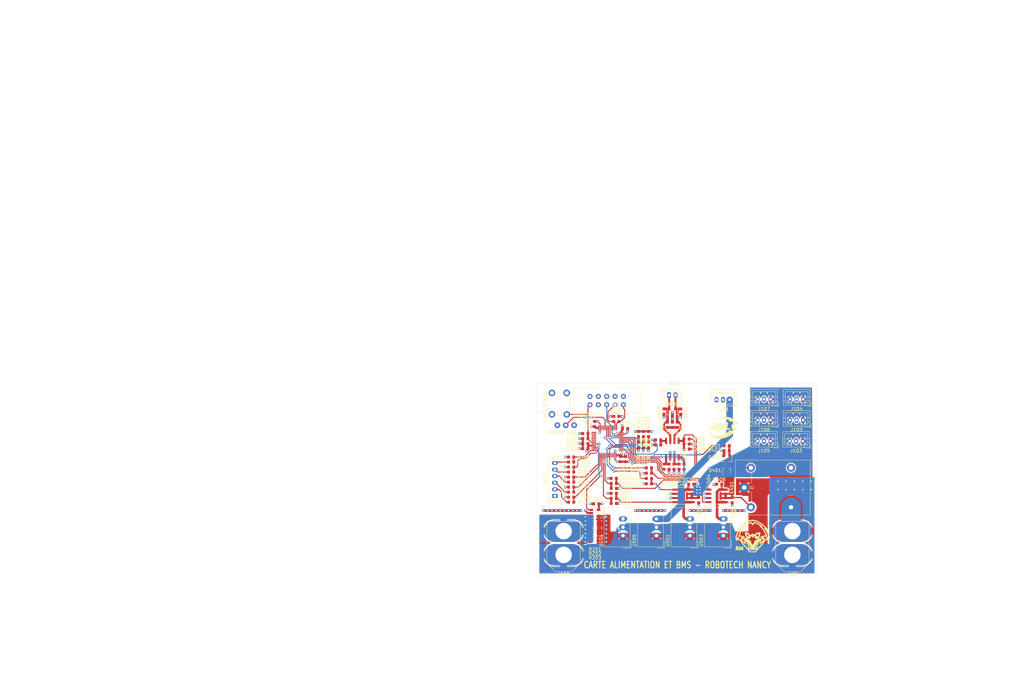
<source format=kicad_pcb>
(kicad_pcb (version 20171130) (host pcbnew "(5.1.5)-3")
  (layers (0 F.Cu signal) (1 In1.Cu power) (2 In2.Cu power) (31 B.Cu signal) (34 B.Paste user) (35 F.Paste user) (36 B.SilkS user) (37 F.SilkS user) (38 B.Mask user) (39 F.Mask user) (44 Edge.Cuts user))
  (net 0 "")
  (net 1 GND)
  (net 2 +3V3)
  (net 3 /Microcontrolleur/nRST)
  (net 4 /Régulateur/OUT_EN_12V)
  (net 5 /Régulateur/CS_12V)
  (net 6 +12V)
  (net 7 /Régulateur/OUT_REGUL_12V)
  (net 8 /Régulateur/OUT_EN_5V)
  (net 9 /Régulateur/CS_5V)
  (net 10 +5V)
  (net 11 /Régulateur/OUT_REGUL_5V)
  (net 12 /TCAN/CAN_SILENT_FILTERED)
  (net 13 /TCAN/CAN_TX_FILTERED)
  (net 14 /CAN_P)
  (net 15 "Net-(C606-Pad1)")
  (net 16 /CAN_N)
  (net 17 /CAN_FAULT)
  (net 18 /Microcontrolleur/LED1)
  (net 19 "Net-(D301-Pad1)")
  (net 20 /Microcontrolleur/LED2)
  (net 21 "Net-(D302-Pad1)")
  (net 22 /Microcontrolleur/LED3)
  (net 23 "Net-(D303-Pad1)")
  (net 24 "Net-(D401-Pad3)")
  (net 25 "Net-(J101-Pad3)")
  (net 26 +5P)
  (net 27 /IN_XT60)
  (net 28 /OUT_XT60)
  (net 29 /CELL5)
  (net 30 /CELL4)
  (net 31 /CELL3)
  (net 32 /CELL2)
  (net 33 /CELL1)
  (net 34 "Net-(K401-Pad4)")
  (net 35 /UNREGULATED_POWER)
  (net 36 "Net-(PROG301-Pad8)")
  (net 37 "Net-(PROG301-Pad7)")
  (net 38 /Microcontrolleur/SWO)
  (net 39 /Microcontrolleur/SWCLK)
  (net 40 /Microcontrolleur/SWDIO)
  (net 41 "Net-(Q401-Pad1)")
  (net 42 /EN_XT60)
  (net 43 /EN_12V)
  (net 44 /I_12V)
  (net 45 /EN_5V)
  (net 46 /I_5V)
  (net 47 /CAN_TX)
  (net 48 /CAN_SHDN)
  (net 49 /TCAN/CAN_RX_DIRECT)
  (net 50 /CAN_RX)
  (net 51 /Adaptation/OUT3)
  (net 52 /Adaptation/OUT1)
  (net 53 /Adaptation/OUT4)
  (net 54 /Adaptation/OUT2)
  (net 55 /Adaptation/OUT5)
  (net 56 /Microcontrolleur/BOOT)
  (net 57 /I_GENERAL)
  (net 58 "Net-(U301-Pad46)")
  (net 59 "Net-(U301-Pad45)")
  (net 60 "Net-(U301-Pad40)")
  (net 61 "Net-(U301-Pad39)")
  (net 62 "Net-(U301-Pad25)")
  (net 63 "Net-(U301-Pad22)")
  (net 64 "Net-(U301-Pad21)")
  (net 65 "Net-(U301-Pad20)")
  (net 66 "Net-(U301-Pad19)")
  (net 67 "Net-(U301-Pad18)")
  (net 68 "Net-(U301-Pad6)")
  (net 69 "Net-(U301-Pad5)")
  (net 70 "Net-(U301-Pad4)")
  (net 71 "Net-(U301-Pad3)")
  (net 72 "Net-(U301-Pad2)")
  (net 73 "Net-(U301-Pad1)")
  (net 74 /CAN_SILENT)
  (module Logos:jlcpcb10x10 (layer F.Cu) (at 224.79 128.27)
    (fp_text reference G*** hide)
    (fp_text value LOGO hide)
  )
  (module Logos:logoRobotechNancy10x10 (layer F.Cu) (at 233.68 161.29)
    (fp_text reference G*** hide)
    (fp_text value LOGO hide)
  )
  (module Connector_JST:JST_PH_B2B-PH-K_1x02_P2.00mm_Vertical (layer F.Cu) (at 208.28 118.618)
    (fp_text reference J111 (at 1.25 -3.55) (layer F.SilkS))
    (fp_text value "Conn_01x02 JST")
    (pad 2 thru_hole oval (at 2 0) (size 1.2 1.75) (drill 0.75) (layers *.Cu *.Mask) (net 16 /CAN_N))
    (pad 1 thru_hole roundrect (at 0 0) (size 1.2 1.75) (drill 0.75) (layers *.Cu *.Mask) (roundrect_rratio 0.208333) (net 14 /CAN_P))
  )
  (module Package_SO:SOIC-8_3.9x4.9mm_P1.27mm (layer F.Cu) (at 209.296 135.001 90)
    (fp_text reference U601 (at -1.524 3.556 90) (layer F.SilkS))
    (fp_text value TCAN337)
    (pad 8 smd roundrect (at 2.475 -1.905 90) (size 1.95 0.6) (layers F.Cu F.Paste F.Mask) (net 12 /TCAN/CAN_SILENT_FILTERED))
    (pad 7 smd roundrect (at 2.475 -0.635 90) (size 1.95 0.6) (layers F.Cu F.Paste F.Mask) (net 14 /CAN_P))
    (pad 6 smd roundrect (at 2.475 0.635 90) (size 1.95 0.6) (layers F.Cu F.Paste F.Mask) (net 16 /CAN_N))
    (pad 5 smd roundrect (at 2.475 1.905 90) (size 1.95 0.6) (layers F.Cu F.Paste F.Mask) (net 17 /CAN_FAULT))
    (pad 4 smd roundrect (at -2.475 1.905 90) (size 1.95 0.6) (layers F.Cu F.Paste F.Mask) (net 49 /TCAN/CAN_RX_DIRECT))
    (pad 3 smd roundrect (at -2.475 0.635 90) (size 1.95 0.6) (layers F.Cu F.Paste F.Mask) (net 2 +3V3))
    (pad 2 smd roundrect (at -2.475 -0.635 90) (size 1.95 0.6) (layers F.Cu F.Paste F.Mask) (net 1 GND))
    (pad 1 smd roundrect (at -2.475 -1.905 90) (size 1.95 0.6) (layers F.Cu F.Paste F.Mask) (net 13 /TCAN/CAN_TX_FILTERED))
  )
  (module Converter_DCDC:Converter_DCDC_TRACO_TSR-1_THT (layer F.Cu) (at 204.47 161.29 90)
    (fp_text reference U505 (at -1.5 -6.71 90) (layer F.SilkS))
    (fp_text value TSR_1-2450)
    (pad 3 thru_hole oval (at 5.08 0 90) (size 1.5 2.5) (drill 1) (layers *.Cu *.Mask) (net 26 +5P))
    (pad 2 thru_hole oval (at 2.54 0 90) (size 1.5 2.5) (drill 1) (layers *.Cu *.Mask) (net 1 GND))
    (pad 1 thru_hole rect (at 0 0 90) (size 1.5 2.5) (drill 1) (layers *.Cu *.Mask) (net 35 /UNREGULATED_POWER))
  )
  (module Package_SO:SO-8_3.9x4.9mm_P1.27mm (layer F.Cu) (at 222.885 149.225)
    (fp_text reference U504 (at -2.54 -4.699 270) (layer F.SilkS))
    (fp_text value NCV84140DR2G)
    (pad 8 smd roundrect (at 2.575 -1.905) (size 1.75 0.6) (layers F.Cu F.Paste F.Mask) (net 11 /Régulateur/OUT_REGUL_5V))
    (pad 7 smd roundrect (at 2.575 -0.635) (size 1.75 0.6) (layers F.Cu F.Paste F.Mask) (net 10 +5V))
    (pad 6 smd roundrect (at 2.575 0.635) (size 1.75 0.6) (layers F.Cu F.Paste F.Mask) (net 10 +5V))
    (pad 5 smd roundrect (at 2.575 1.905) (size 1.75 0.6) (layers F.Cu F.Paste F.Mask) (net 11 /Régulateur/OUT_REGUL_5V))
    (pad 4 smd roundrect (at -2.575 1.905) (size 1.75 0.6) (layers F.Cu F.Paste F.Mask) (net 9 /Régulateur/CS_5V))
    (pad 3 smd roundrect (at -2.575 0.635) (size 1.75 0.6) (layers F.Cu F.Paste F.Mask) (net 1 GND))
    (pad 2 smd roundrect (at -2.575 -0.635) (size 1.75 0.6) (layers F.Cu F.Paste F.Mask) (net 2 +3V3))
    (pad 1 smd roundrect (at -2.575 -1.905) (size 1.75 0.6) (layers F.Cu F.Paste F.Mask) (net 8 /Régulateur/OUT_EN_5V))
  )
  (module Converter_DCDC:Converter_DCDC_TRACO_TSR-1_THT (layer F.Cu) (at 224.79 161.29 90)
    (fp_text reference U503 (at -1.5 -6.71 90) (layer F.SilkS))
    (fp_text value TSR_1-2450)
    (pad 3 thru_hole oval (at 5.08 0 90) (size 1.5 2.5) (drill 1) (layers *.Cu *.Mask) (net 11 /Régulateur/OUT_REGUL_5V))
    (pad 2 thru_hole oval (at 2.54 0 90) (size 1.5 2.5) (drill 1) (layers *.Cu *.Mask) (net 1 GND))
    (pad 1 thru_hole rect (at 0 0 90) (size 1.5 2.5) (drill 1) (layers *.Cu *.Mask) (net 35 /UNREGULATED_POWER))
  )
  (module Package_SO:SOIC-8_3.9x4.9mm_P1.27mm (layer F.Cu) (at 212.725 149.225)
    (fp_text reference U502 (at -4.826 0 270) (layer F.SilkS))
    (fp_text value NCV84140DR2G)
    (pad 8 smd roundrect (at 2.475 -1.905) (size 1.95 0.6) (layers F.Cu F.Paste F.Mask) (net 7 /Régulateur/OUT_REGUL_12V))
    (pad 7 smd roundrect (at 2.475 -0.635) (size 1.95 0.6) (layers F.Cu F.Paste F.Mask) (net 6 +12V))
    (pad 6 smd roundrect (at 2.475 0.635) (size 1.95 0.6) (layers F.Cu F.Paste F.Mask) (net 6 +12V))
    (pad 5 smd roundrect (at 2.475 1.905) (size 1.95 0.6) (layers F.Cu F.Paste F.Mask) (net 7 /Régulateur/OUT_REGUL_12V))
    (pad 4 smd roundrect (at -2.475 1.905) (size 1.95 0.6) (layers F.Cu F.Paste F.Mask) (net 5 /Régulateur/CS_12V))
    (pad 3 smd roundrect (at -2.475 0.635) (size 1.95 0.6) (layers F.Cu F.Paste F.Mask) (net 1 GND))
    (pad 2 smd roundrect (at -2.475 -0.635) (size 1.95 0.6) (layers F.Cu F.Paste F.Mask) (net 2 +3V3))
    (pad 1 smd roundrect (at -2.475 -1.905) (size 1.95 0.6) (layers F.Cu F.Paste F.Mask) (net 4 /Régulateur/OUT_EN_12V))
  )
  (module Converter_DCDC:Converter_DCDC_TRACO_TSR-1_THT (layer F.Cu) (at 214.63 161.29 90)
    (fp_text reference U501 (at -1.5 -6.71 90) (layer F.SilkS))
    (fp_text value TSR_1-24120)
    (pad 3 thru_hole oval (at 5.08 0 90) (size 1.5 2.5) (drill 1) (layers *.Cu *.Mask) (net 7 /Régulateur/OUT_REGUL_12V))
    (pad 2 thru_hole oval (at 2.54 0 90) (size 1.5 2.5) (drill 1) (layers *.Cu *.Mask) (net 1 GND))
    (pad 1 thru_hole rect (at 0 0 90) (size 1.5 2.5) (drill 1) (layers *.Cu *.Mask) (net 35 /UNREGULATED_POWER))
  )
  (module Package_QFP:LQFP-48_7x7mm_P0.5mm (layer F.Cu) (at 189.611 132.715)
    (fp_text reference U301 (at 0.508 5.969 180) (layer F.SilkS))
    (fp_text value STM32)
    (pad 48 smd roundrect (at -2.75 -4.1625) (size 0.3 1.475) (layers F.Cu F.Paste F.Mask) (net 2 +3V3))
    (pad 47 smd roundrect (at -2.25 -4.1625) (size 0.3 1.475) (layers F.Cu F.Paste F.Mask) (net 1 GND))
    (pad 46 smd roundrect (at -1.75 -4.1625) (size 0.3 1.475) (layers F.Cu F.Paste F.Mask) (net 58 "Net-(U301-Pad46)"))
    (pad 45 smd roundrect (at -1.25 -4.1625) (size 0.3 1.475) (layers F.Cu F.Paste F.Mask) (net 59 "Net-(U301-Pad45)"))
    (pad 44 smd roundrect (at -0.75 -4.1625) (size 0.3 1.475) (layers F.Cu F.Paste F.Mask) (net 56 /Microcontrolleur/BOOT))
    (pad 43 smd roundrect (at -0.25 -4.1625) (size 0.3 1.475) (layers F.Cu F.Paste F.Mask) (net 22 /Microcontrolleur/LED3))
    (pad 42 smd roundrect (at 0.25 -4.1625) (size 0.3 1.475) (layers F.Cu F.Paste F.Mask) (net 20 /Microcontrolleur/LED2))
    (pad 41 smd roundrect (at 0.75 -4.1625) (size 0.3 1.475) (layers F.Cu F.Paste F.Mask) (net 18 /Microcontrolleur/LED1))
    (pad 40 smd roundrect (at 1.25 -4.1625) (size 0.3 1.475) (layers F.Cu F.Paste F.Mask) (net 60 "Net-(U301-Pad40)"))
    (pad 39 smd roundrect (at 1.75 -4.1625) (size 0.3 1.475) (layers F.Cu F.Paste F.Mask) (net 61 "Net-(U301-Pad39)"))
    (pad 38 smd roundrect (at 2.25 -4.1625) (size 0.3 1.475) (layers F.Cu F.Paste F.Mask) (net 39 /Microcontrolleur/SWCLK))
    (pad 37 smd roundrect (at 2.75 -4.1625) (size 0.3 1.475) (layers F.Cu F.Paste F.Mask) (net 40 /Microcontrolleur/SWDIO))
    (pad 36 smd roundrect (at 4.1625 -2.75) (size 1.475 0.3) (layers F.Cu F.Paste F.Mask) (net 2 +3V3))
    (pad 35 smd roundrect (at 4.1625 -2.25) (size 1.475 0.3) (layers F.Cu F.Paste F.Mask) (net 1 GND))
    (pad 34 smd roundrect (at 4.1625 -1.75) (size 1.475 0.3) (layers F.Cu F.Paste F.Mask) (net 38 /Microcontrolleur/SWO))
    (pad 33 smd roundrect (at 4.1625 -1.25) (size 1.475 0.3) (layers F.Cu F.Paste F.Mask) (net 50 /CAN_RX))
    (pad 32 smd roundrect (at 4.1625 -0.75) (size 1.475 0.3) (layers F.Cu F.Paste F.Mask) (net 47 /CAN_TX))
    (pad 31 smd roundrect (at 4.1625 -0.25) (size 1.475 0.3) (layers F.Cu F.Paste F.Mask) (net 48 /CAN_SHDN))
    (pad 30 smd roundrect (at 4.1625 0.25) (size 1.475 0.3) (layers F.Cu F.Paste F.Mask) (net 17 /CAN_FAULT))
    (pad 29 smd roundrect (at 4.1625 0.75) (size 1.475 0.3) (layers F.Cu F.Paste F.Mask) (net 74 /CAN_SILENT))
    (pad 28 smd roundrect (at 4.1625 1.25) (size 1.475 0.3) (layers F.Cu F.Paste F.Mask) (net 45 /EN_5V))
    (pad 27 smd roundrect (at 4.1625 1.75) (size 1.475 0.3) (layers F.Cu F.Paste F.Mask) (net 43 /EN_12V))
    (pad 26 smd roundrect (at 4.1625 2.25) (size 1.475 0.3) (layers F.Cu F.Paste F.Mask) (net 42 /EN_XT60))
    (pad 25 smd roundrect (at 4.1625 2.75) (size 1.475 0.3) (layers F.Cu F.Paste F.Mask) (net 62 "Net-(U301-Pad25)"))
    (pad 24 smd roundrect (at 2.75 4.1625) (size 0.3 1.475) (layers F.Cu F.Paste F.Mask) (net 2 +3V3))
    (pad 23 smd roundrect (at 2.25 4.1625) (size 0.3 1.475) (layers F.Cu F.Paste F.Mask) (net 1 GND))
    (pad 22 smd roundrect (at 1.75 4.1625) (size 0.3 1.475) (layers F.Cu F.Paste F.Mask) (net 63 "Net-(U301-Pad22)"))
    (pad 21 smd roundrect (at 1.25 4.1625) (size 0.3 1.475) (layers F.Cu F.Paste F.Mask) (net 64 "Net-(U301-Pad21)"))
    (pad 20 smd roundrect (at 0.75 4.1625) (size 0.3 1.475) (layers F.Cu F.Paste F.Mask) (net 65 "Net-(U301-Pad20)"))
    (pad 19 smd roundrect (at 0.25 4.1625) (size 0.3 1.475) (layers F.Cu F.Paste F.Mask) (net 66 "Net-(U301-Pad19)"))
    (pad 18 smd roundrect (at -0.25 4.1625) (size 0.3 1.475) (layers F.Cu F.Paste F.Mask) (net 67 "Net-(U301-Pad18)"))
    (pad 17 smd roundrect (at -0.75 4.1625) (size 0.3 1.475) (layers F.Cu F.Paste F.Mask) (net 46 /I_5V))
    (pad 16 smd roundrect (at -1.25 4.1625) (size 0.3 1.475) (layers F.Cu F.Paste F.Mask) (net 44 /I_12V))
    (pad 15 smd roundrect (at -1.75 4.1625) (size 0.3 1.475) (layers F.Cu F.Paste F.Mask) (net 52 /Adaptation/OUT1))
    (pad 14 smd roundrect (at -2.25 4.1625) (size 0.3 1.475) (layers F.Cu F.Paste F.Mask) (net 54 /Adaptation/OUT2))
    (pad 13 smd roundrect (at -2.75 4.1625) (size 0.3 1.475) (layers F.Cu F.Paste F.Mask) (net 51 /Adaptation/OUT3))
    (pad 12 smd roundrect (at -4.1625 2.75) (size 1.475 0.3) (layers F.Cu F.Paste F.Mask) (net 55 /Adaptation/OUT5))
    (pad 11 smd roundrect (at -4.1625 2.25) (size 1.475 0.3) (layers F.Cu F.Paste F.Mask) (net 53 /Adaptation/OUT4))
    (pad 10 smd roundrect (at -4.1625 1.75) (size 1.475 0.3) (layers F.Cu F.Paste F.Mask) (net 57 /I_GENERAL))
    (pad 9 smd roundrect (at -4.1625 1.25) (size 1.475 0.3) (layers F.Cu F.Paste F.Mask) (net 2 +3V3))
    (pad 8 smd roundrect (at -4.1625 0.75) (size 1.475 0.3) (layers F.Cu F.Paste F.Mask) (net 1 GND))
    (pad 7 smd roundrect (at -4.1625 0.25) (size 1.475 0.3) (layers F.Cu F.Paste F.Mask) (net 3 /Microcontrolleur/nRST))
    (pad 6 smd roundrect (at -4.1625 -0.25) (size 1.475 0.3) (layers F.Cu F.Paste F.Mask) (net 68 "Net-(U301-Pad6)"))
    (pad 5 smd roundrect (at -4.1625 -0.75) (size 1.475 0.3) (layers F.Cu F.Paste F.Mask) (net 69 "Net-(U301-Pad5)"))
    (pad 4 smd roundrect (at -4.1625 -1.25) (size 1.475 0.3) (layers F.Cu F.Paste F.Mask) (net 70 "Net-(U301-Pad4)"))
    (pad 3 smd roundrect (at -4.1625 -1.75) (size 1.475 0.3) (layers F.Cu F.Paste F.Mask) (net 71 "Net-(U301-Pad3)"))
    (pad 2 smd roundrect (at -4.1625 -2.25) (size 1.475 0.3) (layers F.Cu F.Paste F.Mask) (net 72 "Net-(U301-Pad2)"))
    (pad 1 smd roundrect (at -4.1625 -2.75) (size 1.475 0.3) (layers F.Cu F.Paste F.Mask) (net 73 "Net-(U301-Pad1)"))
  )
  (module Package_TO_SOT_SMD:SOT-23-5 (layer F.Cu) (at 185.801 154.432)
    (fp_text reference U201 (at 2.667 -0.127 90) (layer F.SilkS))
    (fp_text value ZXCT1084E5TA)
    (pad 5 smd rect (at 1.1 -0.95) (size 1.06 0.65) (layers F.Cu F.Paste F.Mask) (net 2 +3V3))
    (pad 4 smd rect (at 1.1 0.95) (size 1.06 0.65) (layers F.Cu F.Paste F.Mask) (net 35 /UNREGULATED_POWER))
    (pad 3 smd rect (at -1.1 0.95) (size 1.06 0.65) (layers F.Cu F.Paste F.Mask) (net 27 /IN_XT60))
    (pad 2 smd rect (at -1.1 0) (size 1.06 0.65) (layers F.Cu F.Paste F.Mask) (net 1 GND))
    (pad 1 smd rect (at -1.1 -0.95) (size 1.06 0.65) (layers F.Cu F.Paste F.Mask) (net 57 /I_GENERAL))
  )
  (module Converter_DCDC:Converter_DCDC_TRACO_TSR-1_THT (layer F.Cu) (at 194.31 161.29 90)
    (fp_text reference U101 (at -1.5 -6.71 90) (layer F.SilkS))
    (fp_text value TSR_1-2433)
    (pad 3 thru_hole oval (at 5.08 0 90) (size 1.5 2.5) (drill 1) (layers *.Cu *.Mask) (net 2 +3V3))
    (pad 2 thru_hole oval (at 2.54 0 90) (size 1.5 2.5) (drill 1) (layers *.Cu *.Mask) (net 1 GND))
    (pad 1 thru_hole rect (at 0 0 90) (size 1.5 2.5) (drill 1) (layers *.Cu *.Mask) (net 35 /UNREGULATED_POWER))
  )
  (module Connecteurs:SW_2P2T_2.54_01x03 (layer F.Cu) (at 176.911 127.762 90)
    (fp_text reference SW301 (at -2.159 -2.794 180) (layer F.SilkS))
    (fp_text value SW_SPDT)
    (pad 3 thru_hole circle (at 0 2.54) (size 1.75 1.75) (drill 0.8) (layers *.Cu *.Mask) (net 1 GND))
    (pad 2 thru_hole circle (at 0 0) (size 1.75 1.75) (drill 0.8) (layers *.Cu *.Mask) (net 56 /Microcontrolleur/BOOT))
    (pad 1 thru_hole circle (at 0 -2.54) (size 1.75 1.75) (drill 0.8) (layers *.Cu *.Mask) (net 2 +3V3))
  )
  (module Button_Switch_THT:SW_PUSH_6mm (layer F.Cu) (at 172.72 124.46 90)
    (fp_text reference RST_STM301 (at 3.25 -2 90) (layer F.SilkS))
    (fp_text value "BTN 6x6")
    (pad 1 thru_hole circle (at 6.5 0 180) (size 2 2) (drill 1.1) (layers *.Cu *.Mask) (net 1 GND))
    (pad 2 thru_hole circle (at 6.5 4.5 180) (size 2 2) (drill 1.1) (layers *.Cu *.Mask) (net 3 /Microcontrolleur/nRST))
    (pad 1 thru_hole circle (at 0 0 180) (size 2 2) (drill 1.1) (layers *.Cu *.Mask) (net 1 GND))
    (pad 2 thru_hole circle (at 0 4.5 180) (size 2 2) (drill 1.1) (layers *.Cu *.Mask) (net 3 /Microcontrolleur/nRST))
  )
  (module Resistor_SMD:R_0603_1608Metric (layer F.Cu) (at 178.562 137.414 180)
    (fp_text reference R710 (at -3.81 -0.127) (layer F.SilkS))
    (fp_text value 10k)
    (pad 2 smd roundrect (at 0.7875 0 180) (size 0.875 0.95) (layers F.Cu F.Paste F.Mask) (net 1 GND))
    (pad 1 smd roundrect (at -0.7875 0 180) (size 0.875 0.95) (layers F.Cu F.Paste F.Mask) (net 55 /Adaptation/OUT5))
  )
  (module Resistor_SMD:R_0603_1608Metric (layer F.Cu) (at 178.562 146.558 180)
    (fp_text reference R709 (at -3.81 -0.127) (layer F.SilkS))
    (fp_text value 10k)
    (pad 2 smd roundrect (at 0.7875 0 180) (size 0.875 0.95) (layers F.Cu F.Paste F.Mask) (net 1 GND))
    (pad 1 smd roundrect (at -0.7875 0 180) (size 0.875 0.95) (layers F.Cu F.Paste F.Mask) (net 54 /Adaptation/OUT2))
  )
  (module Resistor_SMD:R_0603_1608Metric (layer F.Cu) (at 178.562 138.938)
    (fp_text reference R708 (at 3.81 0.127) (layer F.SilkS))
    (fp_text value 68k)
    (pad 2 smd roundrect (at 0.7875 0) (size 0.875 0.95) (layers F.Cu F.Paste F.Mask) (net 55 /Adaptation/OUT5))
    (pad 1 smd roundrect (at -0.7875 0) (size 0.875 0.95) (layers F.Cu F.Paste F.Mask) (net 29 /CELL5))
  )
  (module Resistor_SMD:R_0603_1608Metric (layer F.Cu) (at 178.562 148.082)
    (fp_text reference R707 (at 3.81 0) (layer F.SilkS))
    (fp_text value 18k)
    (pad 2 smd roundrect (at 0.7875 0) (size 0.875 0.95) (layers F.Cu F.Paste F.Mask) (net 54 /Adaptation/OUT2))
    (pad 1 smd roundrect (at -0.7875 0) (size 0.875 0.95) (layers F.Cu F.Paste F.Mask) (net 32 /CELL2))
  )
  (module Resistor_SMD:R_0603_1608Metric (layer F.Cu) (at 178.562 140.462 180)
    (fp_text reference R706 (at -3.81 0) (layer F.SilkS))
    (fp_text value 10k)
    (pad 2 smd roundrect (at 0.7875 0 180) (size 0.875 0.95) (layers F.Cu F.Paste F.Mask) (net 1 GND))
    (pad 1 smd roundrect (at -0.7875 0 180) (size 0.875 0.95) (layers F.Cu F.Paste F.Mask) (net 53 /Adaptation/OUT4))
  )
  (module Resistor_SMD:R_0603_1608Metric (layer F.Cu) (at 178.562 149.606 180)
    (fp_text reference R705 (at -3.81 0) (layer F.SilkS))
    (fp_text value 10k)
    (pad 2 smd roundrect (at 0.7875 0 180) (size 0.875 0.95) (layers F.Cu F.Paste F.Mask) (net 1 GND))
    (pad 1 smd roundrect (at -0.7875 0 180) (size 0.875 0.95) (layers F.Cu F.Paste F.Mask) (net 52 /Adaptation/OUT1))
  )
  (module Resistor_SMD:R_0603_1608Metric (layer F.Cu) (at 178.562 141.986)
    (fp_text reference R704 (at 3.81 0) (layer F.SilkS))
    (fp_text value 47k)
    (pad 2 smd roundrect (at 0.7875 0) (size 0.875 0.95) (layers F.Cu F.Paste F.Mask) (net 53 /Adaptation/OUT4))
    (pad 1 smd roundrect (at -0.7875 0) (size 0.875 0.95) (layers F.Cu F.Paste F.Mask) (net 30 /CELL4))
  )
  (module Resistor_SMD:R_0603_1608Metric (layer F.Cu) (at 178.562 151.13)
    (fp_text reference R703 (at 3.81 0.127) (layer F.SilkS))
    (fp_text value 4.7k)
    (pad 2 smd roundrect (at 0.7875 0) (size 0.875 0.95) (layers F.Cu F.Paste F.Mask) (net 52 /Adaptation/OUT1))
    (pad 1 smd roundrect (at -0.7875 0) (size 0.875 0.95) (layers F.Cu F.Paste F.Mask) (net 33 /CELL1))
  )
  (module Resistor_SMD:R_0603_1608Metric (layer F.Cu) (at 178.562 143.51 180)
    (fp_text reference R702 (at -3.81 0) (layer F.SilkS))
    (fp_text value 10k)
    (pad 2 smd roundrect (at 0.7875 0 180) (size 0.875 0.95) (layers F.Cu F.Paste F.Mask) (net 1 GND))
    (pad 1 smd roundrect (at -0.7875 0 180) (size 0.875 0.95) (layers F.Cu F.Paste F.Mask) (net 51 /Adaptation/OUT3))
  )
  (module Resistor_SMD:R_0603_1608Metric (layer F.Cu) (at 178.562 145.034)
    (fp_text reference R701 (at 3.81 0.127) (layer F.SilkS))
    (fp_text value 33k)
    (pad 2 smd roundrect (at 0.7875 0) (size 0.875 0.95) (layers F.Cu F.Paste F.Mask) (net 51 /Adaptation/OUT3))
    (pad 1 smd roundrect (at -0.7875 0) (size 0.875 0.95) (layers F.Cu F.Paste F.Mask) (net 31 /CELL3))
  )
  (module Resistor_SMD:R_0603_1608Metric (layer F.Cu) (at 212.852 140.3605 90)
    (fp_text reference R607 (at -4.0385 0 90) (layer F.SilkS))
    (fp_text value 0R)
    (pad 2 smd roundrect (at 0.7875 0 90) (size 0.875 0.95) (layers F.Cu F.Paste F.Mask) (net 49 /TCAN/CAN_RX_DIRECT))
    (pad 1 smd roundrect (at -0.7875 0 90) (size 0.875 0.95) (layers F.Cu F.Paste F.Mask) (net 50 /CAN_RX))
  )
  (module Resistor_SMD:R_0603_1608Metric (layer F.Cu) (at 213.614 131.953 180)
    (fp_text reference R606 (at -3.81 0) (layer F.SilkS))
    (fp_text value 0R)
    (pad 2 smd roundrect (at 0.7875 0 180) (size 0.875 0.95) (layers F.Cu F.Paste F.Mask) (net 17 /CAN_FAULT))
    (pad 1 smd roundrect (at -0.7875 0 180) (size 0.875 0.95) (layers F.Cu F.Paste F.Mask) (net 48 /CAN_SHDN))
  )
  (module Resistor_SMD:R_0603_1608Metric (layer F.Cu) (at 213.614 133.477 180)
    (fp_text reference R605 (at -3.81 0) (layer F.SilkS))
    (fp_text value 10k)
    (pad 2 smd roundrect (at 0.7875 0 180) (size 0.875 0.95) (layers F.Cu F.Paste F.Mask) (net 17 /CAN_FAULT))
    (pad 1 smd roundrect (at -0.7875 0 180) (size 0.875 0.95) (layers F.Cu F.Paste F.Mask) (net 2 +3V3))
  )
  (module Resistor_SMD:R_0603_1608Metric (layer F.Cu) (at 210.82 127.635 90)
    (fp_text reference R604 (at 0 1.524 90) (layer F.SilkS))
    (fp_text value 56)
    (pad 2 smd roundrect (at 0.7875 0 90) (size 0.875 0.95) (layers F.Cu F.Paste F.Mask) (net 16 /CAN_N))
    (pad 1 smd roundrect (at -0.7875 0 90) (size 0.875 0.95) (layers F.Cu F.Paste F.Mask) (net 15 "Net-(C606-Pad1)"))
  )
  (module Resistor_SMD:R_0603_1608Metric (layer F.Cu) (at 207.772 127.635 270)
    (fp_text reference R603 (at 0 1.524 90) (layer F.SilkS))
    (fp_text value 56)
    (pad 2 smd roundrect (at 0.7875 0 270) (size 0.875 0.95) (layers F.Cu F.Paste F.Mask) (net 15 "Net-(C606-Pad1)"))
    (pad 1 smd roundrect (at -0.7875 0 270) (size 0.875 0.95) (layers F.Cu F.Paste F.Mask) (net 14 /CAN_P))
  )
  (module Resistor_SMD:R_0603_1608Metric (layer F.Cu) (at 206.756 140.3605 270)
    (fp_text reference R602 (at 4.0385 0 90) (layer F.SilkS))
    (fp_text value 0R)
    (pad 2 smd roundrect (at 0.7875 0 270) (size 0.875 0.95) (layers F.Cu F.Paste F.Mask) (net 47 /CAN_TX))
    (pad 1 smd roundrect (at -0.7875 0 270) (size 0.875 0.95) (layers F.Cu F.Paste F.Mask) (net 13 /TCAN/CAN_TX_FILTERED))
  )
  (module Resistor_SMD:R_0603_1608Metric (layer F.Cu) (at 204.978 132.207 180)
    (fp_text reference R601 (at 3.81 0) (layer F.SilkS))
    (fp_text value 1k)
    (pad 2 smd roundrect (at 0.7875 0 180) (size 0.875 0.95) (layers F.Cu F.Paste F.Mask) (net 74 /CAN_SILENT))
    (pad 1 smd roundrect (at -0.7875 0 180) (size 0.875 0.95) (layers F.Cu F.Paste F.Mask) (net 12 /TCAN/CAN_SILENT_FILTERED))
  )
  (module Resistor_SMD:R_0603_1608Metric (layer F.Cu) (at 191.516 146.939 180)
    (fp_text reference R506 (at -3.556 0) (layer F.SilkS))
    (fp_text value 10k)
    (pad 2 smd roundrect (at 0.7875 0 180) (size 0.875 0.95) (layers F.Cu F.Paste F.Mask) (net 46 /I_5V))
    (pad 1 smd roundrect (at -0.7875 0 180) (size 0.875 0.95) (layers F.Cu F.Paste F.Mask) (net 1 GND))
  )
  (module Resistor_SMD:R_0603_1608Metric (layer F.Cu) (at 191.516 145.415)
    (fp_text reference R505 (at 3.556 0) (layer F.SilkS))
    (fp_text value 10k)
    (pad 2 smd roundrect (at 0.7875 0) (size 0.875 0.95) (layers F.Cu F.Paste F.Mask) (net 9 /Régulateur/CS_5V))
    (pad 1 smd roundrect (at -0.7875 0) (size 0.875 0.95) (layers F.Cu F.Paste F.Mask) (net 46 /I_5V))
  )
  (module Resistor_SMD:R_0603_1608Metric (layer F.Cu) (at 202.184 140.716 180)
    (fp_text reference R504 (at 3.81 0) (layer F.SilkS))
    (fp_text value 10k)
    (pad 2 smd roundrect (at 0.7875 0 180) (size 0.875 0.95) (layers F.Cu F.Paste F.Mask) (net 45 /EN_5V))
    (pad 1 smd roundrect (at -0.7875 0 180) (size 0.875 0.95) (layers F.Cu F.Paste F.Mask) (net 8 /Régulateur/OUT_EN_5V))
  )
  (module Resistor_SMD:R_0603_1608Metric (layer F.Cu) (at 191.516 151.511 180)
    (fp_text reference R503 (at -3.556 0) (layer F.SilkS))
    (fp_text value 10k)
    (pad 2 smd roundrect (at 0.7875 0 180) (size 0.875 0.95) (layers F.Cu F.Paste F.Mask) (net 44 /I_12V))
    (pad 1 smd roundrect (at -0.7875 0 180) (size 0.875 0.95) (layers F.Cu F.Paste F.Mask) (net 1 GND))
  )
  (module Resistor_SMD:R_0603_1608Metric (layer F.Cu) (at 191.516 149.987)
    (fp_text reference R502 (at 3.556 0) (layer F.SilkS))
    (fp_text value 10k)
    (pad 2 smd roundrect (at 0.7875 0) (size 0.875 0.95) (layers F.Cu F.Paste F.Mask) (net 5 /Régulateur/CS_12V))
    (pad 1 smd roundrect (at -0.7875 0) (size 0.875 0.95) (layers F.Cu F.Paste F.Mask) (net 44 /I_12V))
  )
  (module Resistor_SMD:R_0603_1608Metric (layer F.Cu) (at 202.184 143.933332 180)
    (fp_text reference R501 (at 3.302 0) (layer F.SilkS))
    (fp_text value 10k)
    (pad 2 smd roundrect (at 0.7875 0 180) (size 0.875 0.95) (layers F.Cu F.Paste F.Mask) (net 43 /EN_12V))
    (pad 1 smd roundrect (at -0.7875 0 180) (size 0.875 0.95) (layers F.Cu F.Paste F.Mask) (net 4 /Régulateur/OUT_EN_12V))
  )
  (module Resistor_SMD:R_0603_1608Metric (layer F.Cu) (at 225.806 135.509)
    (fp_text reference R402 (at -3.683 -0.127) (layer F.SilkS))
    (fp_text value 10k)
    (pad 2 smd roundrect (at 0.7875 0) (size 0.875 0.95) (layers F.Cu F.Paste F.Mask) (net 41 "Net-(Q401-Pad1)"))
    (pad 1 smd roundrect (at -0.7875 0) (size 0.875 0.95) (layers F.Cu F.Paste F.Mask) (net 1 GND))
  )
  (module Resistor_SMD:R_0603_1608Metric (layer F.Cu) (at 225.806 133.985 180)
    (fp_text reference R401 (at 3.683 0) (layer F.SilkS))
    (fp_text value 1k)
    (pad 2 smd roundrect (at 0.7875 0 180) (size 0.875 0.95) (layers F.Cu F.Paste F.Mask) (net 42 /EN_XT60))
    (pad 1 smd roundrect (at -0.7875 0 180) (size 0.875 0.95) (layers F.Cu F.Paste F.Mask) (net 41 "Net-(Q401-Pad1)"))
  )
  (module Resistor_SMD:R_0603_1608Metric (layer F.Cu) (at 191.516 125.857 90)
    (fp_text reference R306 (at 3.302 0.127 90) (layer F.SilkS))
    (fp_text value 10k)
    (pad 2 smd roundrect (at 0.7875 0 90) (size 0.875 0.95) (layers F.Cu F.Paste F.Mask) (net 1 GND))
    (pad 1 smd roundrect (at -0.7875 0 90) (size 0.875 0.95) (layers F.Cu F.Paste F.Mask) (net 39 /Microcontrolleur/SWCLK))
  )
  (module Resistor_SMD:R_0603_1608Metric (layer F.Cu) (at 193.04 125.857 270)
    (fp_text reference R305 (at -3.302 0 90) (layer F.SilkS))
    (fp_text value 10k)
    (pad 2 smd roundrect (at 0.7875 0 270) (size 0.875 0.95) (layers F.Cu F.Paste F.Mask) (net 40 /Microcontrolleur/SWDIO))
    (pad 1 smd roundrect (at -0.7875 0 270) (size 0.875 0.95) (layers F.Cu F.Paste F.Mask) (net 2 +3V3))
  )
  (module Resistor_SMD:R_0603_1608Metric (layer F.Cu) (at 199.009 130.429 270)
    (fp_text reference R304 (at -3.429 -0.127 90) (layer F.SilkS))
    (fp_text value 220)
    (pad 2 smd roundrect (at 0.7875 0 270) (size 0.875 0.95) (layers F.Cu F.Paste F.Mask) (net 23 "Net-(D303-Pad1)"))
    (pad 1 smd roundrect (at -0.7875 0 270) (size 0.875 0.95) (layers F.Cu F.Paste F.Mask) (net 1 GND))
  )
  (module Resistor_SMD:R_0603_1608Metric (layer F.Cu) (at 200.533 130.429 270)
    (fp_text reference R303 (at -3.429 0 90) (layer F.SilkS))
    (fp_text value 220)
    (pad 2 smd roundrect (at 0.7875 0 270) (size 0.875 0.95) (layers F.Cu F.Paste F.Mask) (net 21 "Net-(D302-Pad1)"))
    (pad 1 smd roundrect (at -0.7875 0 270) (size 0.875 0.95) (layers F.Cu F.Paste F.Mask) (net 1 GND))
  )
  (module Resistor_SMD:R_0603_1608Metric (layer F.Cu) (at 202.057 130.429 270)
    (fp_text reference R302 (at -3.429 0.127 90) (layer F.SilkS))
    (fp_text value 220)
    (pad 2 smd roundrect (at 0.7875 0 270) (size 0.875 0.95) (layers F.Cu F.Paste F.Mask) (net 19 "Net-(D301-Pad1)"))
    (pad 1 smd roundrect (at -0.7875 0 270) (size 0.875 0.95) (layers F.Cu F.Paste F.Mask) (net 1 GND))
  )
  (module Resistor_SMD:R_0603_1608Metric (layer F.Cu) (at 182.88 130.302)
    (fp_text reference R301 (at -3.683 0) (layer F.SilkS))
    (fp_text value 10k)
    (pad 2 smd roundrect (at 0.7875 0) (size 0.875 0.95) (layers F.Cu F.Paste F.Mask) (net 3 /Microcontrolleur/nRST))
    (pad 1 smd roundrect (at -0.7875 0) (size 0.875 0.95) (layers F.Cu F.Paste F.Mask) (net 2 +3V3))
  )
  (module Resistor_SMD:R_1206_3216Metric (layer F.Cu) (at 185.674 162.56 180)
    (fp_text reference R203 (at -0.127 -5.461) (layer F.SilkS))
    (fp_text value 22m)
    (pad 2 smd roundrect (at 1.4 0 180) (size 1.25 1.75) (layers F.Cu F.Paste F.Mask) (roundrect_rratio 0.2) (net 27 /IN_XT60))
    (pad 1 smd roundrect (at -1.4 0 180) (size 1.25 1.75) (layers F.Cu F.Paste F.Mask) (roundrect_rratio 0.2) (net 35 /UNREGULATED_POWER))
  )
  (module Resistor_SMD:R_1206_3216Metric (layer F.Cu) (at 185.674 160.126 180)
    (fp_text reference R202 (at -0.127 -6.625) (layer F.SilkS))
    (fp_text value 22m)
    (pad 2 smd roundrect (at 1.4 0 180) (size 1.25 1.75) (layers F.Cu F.Paste F.Mask) (roundrect_rratio 0.2) (net 27 /IN_XT60))
    (pad 1 smd roundrect (at -1.4 0 180) (size 1.25 1.75) (layers F.Cu F.Paste F.Mask) (roundrect_rratio 0.2) (net 35 /UNREGULATED_POWER))
  )
  (module Resistor_SMD:R_1206_3216Metric (layer F.Cu) (at 185.674 157.734 180)
    (fp_text reference R201 (at -0.127 -7.747) (layer F.SilkS))
    (fp_text value 22m)
    (pad 2 smd roundrect (at 1.4 0 180) (size 1.25 1.75) (layers F.Cu F.Paste F.Mask) (roundrect_rratio 0.2) (net 27 /IN_XT60))
    (pad 1 smd roundrect (at -1.4 0 180) (size 1.25 1.75) (layers F.Cu F.Paste F.Mask) (roundrect_rratio 0.2) (net 35 /UNREGULATED_POWER))
  )
  (module Package_TO_SOT_SMD:SOT-23 (layer F.Cu) (at 225.806 138.049 270)
    (fp_text reference Q401 (at -0.508 3.683) (layer F.SilkS))
    (fp_text value BSS138)
    (pad 3 smd rect (at 1 0 270) (size 0.9 0.8) (layers F.Cu F.Paste F.Mask) (net 24 "Net-(D401-Pad3)"))
    (pad 2 smd rect (at -1 0.95 270) (size 0.9 0.8) (layers F.Cu F.Paste F.Mask) (net 1 GND))
    (pad 1 smd rect (at -1 -0.95 270) (size 0.9 0.8) (layers F.Cu F.Paste F.Mask) (net 41 "Net-(Q401-Pad1)"))
  )
  (module Connecteurs:JTAG10 (layer F.Cu) (at 194.437 118.999 270)
    (fp_text reference PROG301 (at 5.842 11.811 180) (layer F.SilkS))
    (fp_text value JTAG)
    (pad 10 thru_hole circle (at 2.54 10.16 270) (size 1.524 1.524) (drill 0.762) (layers *.Cu *.Mask) (net 3 /Microcontrolleur/nRST))
    (pad 9 thru_hole circle (at 0 10.16 270) (size 1.524 1.524) (drill 0.762) (layers *.Cu *.Mask) (net 1 GND))
    (pad 8 thru_hole circle (at 2.54 7.62 270) (size 1.524 1.524) (drill 0.762) (layers *.Cu *.Mask) (net 36 "Net-(PROG301-Pad8)"))
    (pad 7 thru_hole circle (at 0 7.62 270) (size 1.524 1.524) (drill 0.762) (layers *.Cu *.Mask) (net 37 "Net-(PROG301-Pad7)"))
    (pad 6 thru_hole circle (at 2.54 5.08 270) (size 1.524 1.524) (drill 0.762) (layers *.Cu *.Mask) (net 38 /Microcontrolleur/SWO))
    (pad 5 thru_hole circle (at 0 5.08 270) (size 1.524 1.524) (drill 0.762) (layers *.Cu *.Mask) (net 1 GND))
    (pad 4 thru_hole circle (at 2.54 2.54 270) (size 1.524 1.524) (drill 0.762) (layers *.Cu *.Mask) (net 39 /Microcontrolleur/SWCLK))
    (pad 3 thru_hole circle (at 0 2.54 270) (size 1.524 1.524) (drill 0.762) (layers *.Cu *.Mask) (net 1 GND))
    (pad 2 thru_hole circle (at 2.54 0 270) (size 1.524 1.524) (drill 0.762) (layers *.Cu *.Mask) (net 40 /Microcontrolleur/SWDIO))
    (pad 1 thru_hole circle (at 0 0 270) (size 1.524 1.524) (drill 0.762) (layers *.Cu *.Mask) (net 2 +3V3))
  )
  (module Relay_THT:Relay_SPDT_Omron-G5LE-1 (layer F.Cu) (at 231.14 146.685 90)
    (fp_text reference K401 (at 0 -3.8 90) (layer F.SilkS))
    (fp_text value G5LE-1)
    (pad 5 thru_hole oval (at 6 2 90) (size 2.5 2.5) (drill 1.3) (layers *.Cu *.Mask) (net 24 "Net-(D401-Pad3)"))
    (pad 4 thru_hole oval (at 6 14.2 90) (size 2.5 2.5) (drill 1.3) (layers *.Cu *.Mask) (net 34 "Net-(K401-Pad4)"))
    (pad 3 thru_hole oval (at -6 14.2 90) (size 2.5 2.5) (drill 1.3) (layers *.Cu *.Mask) (net 28 /OUT_XT60))
    (pad 2 thru_hole oval (at -6 2 90) (size 2.5 2.5) (drill 1.3) (layers *.Cu *.Mask) (net 10 +5V))
    (pad 1 thru_hole rect (at 0 0 90) (size 2.5 2.5) (drill 1.3) (layers *.Cu *.Mask) (net 35 /UNREGULATED_POWER))
  )
  (module Connector_JST:JST_PH_B6B-PH-K_1x06_P2.00mm_Vertical (layer F.Cu) (at 173.609 149.225 90)
    (fp_text reference J110 (at 5 -2.9 90) (layer F.SilkS))
    (fp_text value Conn_01x06)
    (pad 6 thru_hole oval (at 10 0 90) (size 1.2 1.75) (drill 0.75) (layers *.Cu *.Mask) (net 29 /CELL5))
    (pad 5 thru_hole oval (at 8 0 90) (size 1.2 1.75) (drill 0.75) (layers *.Cu *.Mask) (net 30 /CELL4))
    (pad 4 thru_hole oval (at 6 0 90) (size 1.2 1.75) (drill 0.75) (layers *.Cu *.Mask) (net 31 /CELL3))
    (pad 3 thru_hole oval (at 4 0 90) (size 1.2 1.75) (drill 0.75) (layers *.Cu *.Mask) (net 32 /CELL2))
    (pad 2 thru_hole oval (at 2 0 90) (size 1.2 1.75) (drill 0.75) (layers *.Cu *.Mask) (net 33 /CELL1))
    (pad 1 thru_hole roundrect (at 0 0 90) (size 1.2 1.75) (drill 0.75) (layers *.Cu *.Mask) (roundrect_rratio 0.208333) (net 1 GND))
  )
  (module Connecteurs:XT60 (layer F.Cu) (at 245.745 167.132 180)
    (fp_text reference J109 (at 0 -5.85) (layer F.SilkS))
    (fp_text value XT60)
    (pad 2 thru_hole oval (at 0 7.2 180) (size 12 6.5) (drill 5) (layers *.Cu *.Mask) (net 28 /OUT_XT60))
    (pad 1 thru_hole oval (at 0 0 180) (size 12 6.5) (drill 5) (layers *.Cu *.Mask) (net 1 GND))
  )
  (module Connecteurs:XT60 (layer F.Cu) (at 176.276 167.132 180)
    (fp_text reference J108 (at 0 -5.85) (layer F.SilkS))
    (fp_text value XT60)
    (pad 2 thru_hole oval (at 0 7.2 180) (size 12 6.5) (drill 5) (layers *.Cu *.Mask) (net 27 /IN_XT60))
    (pad 1 thru_hole oval (at 0 0 180) (size 12 6.5) (drill 5) (layers *.Cu *.Mask) (net 1 GND))
  )
  (module Connector_JST:JST_PH_B3B-PH-K_1x03_P2.00mm_Vertical (layer F.Cu) (at 239.141 119.888 180)
    (fp_text reference J107 (at 2 -2.9) (layer F.SilkS))
    (fp_text value Conn_01x03)
    (pad 3 thru_hole oval (at 4 0 180) (size 1.2 1.75) (drill 0.75) (layers *.Cu *.Mask) (net 6 +12V))
    (pad 2 thru_hole oval (at 2 0 180) (size 1.2 1.75) (drill 0.75) (layers *.Cu *.Mask) (net 1 GND))
    (pad 1 thru_hole roundrect (at 0 0 180) (size 1.2 1.75) (drill 0.75) (layers *.Cu *.Mask) (roundrect_rratio 0.208333) (net 10 +5V))
  )
  (module Connector_JST:JST_PH_B3B-PH-K_1x03_P2.00mm_Vertical (layer F.Cu) (at 239.141 126.238 180)
    (fp_text reference J106 (at 2 -2.9) (layer F.SilkS))
    (fp_text value Conn_01x03)
    (pad 3 thru_hole oval (at 4 0 180) (size 1.2 1.75) (drill 0.75) (layers *.Cu *.Mask) (net 6 +12V))
    (pad 2 thru_hole oval (at 2 0 180) (size 1.2 1.75) (drill 0.75) (layers *.Cu *.Mask) (net 1 GND))
    (pad 1 thru_hole roundrect (at 0 0 180) (size 1.2 1.75) (drill 0.75) (layers *.Cu *.Mask) (roundrect_rratio 0.208333) (net 10 +5V))
  )
  (module Connector_JST:JST_PH_B3B-PH-K_1x03_P2.00mm_Vertical (layer F.Cu) (at 239.141 132.588 180)
    (fp_text reference J105 (at 2 -2.9) (layer F.SilkS))
    (fp_text value Conn_01x03)
    (pad 3 thru_hole oval (at 4 0 180) (size 1.2 1.75) (drill 0.75) (layers *.Cu *.Mask) (net 6 +12V))
    (pad 2 thru_hole oval (at 2 0 180) (size 1.2 1.75) (drill 0.75) (layers *.Cu *.Mask) (net 1 GND))
    (pad 1 thru_hole roundrect (at 0 0 180) (size 1.2 1.75) (drill 0.75) (layers *.Cu *.Mask) (roundrect_rratio 0.208333) (net 10 +5V))
  )
  (module Connector_JST:JST_PH_B3B-PH-K_1x03_P2.00mm_Vertical (layer F.Cu) (at 249.047 119.888 180)
    (fp_text reference J104 (at 2 -2.9) (layer F.SilkS))
    (fp_text value Conn_01x03)
    (pad 3 thru_hole oval (at 4 0 180) (size 1.2 1.75) (drill 0.75) (layers *.Cu *.Mask) (net 6 +12V))
    (pad 2 thru_hole oval (at 2 0 180) (size 1.2 1.75) (drill 0.75) (layers *.Cu *.Mask) (net 1 GND))
    (pad 1 thru_hole roundrect (at 0 0 180) (size 1.2 1.75) (drill 0.75) (layers *.Cu *.Mask) (roundrect_rratio 0.208333) (net 10 +5V))
  )
  (module Connector_JST:JST_PH_B3B-PH-K_1x03_P2.00mm_Vertical (layer F.Cu) (at 249.015 126.238 180)
    (fp_text reference J103 (at 2 -2.9) (layer F.SilkS))
    (fp_text value Conn_01x03)
    (pad 3 thru_hole oval (at 4 0 180) (size 1.2 1.75) (drill 0.75) (layers *.Cu *.Mask) (net 6 +12V))
    (pad 2 thru_hole oval (at 2 0 180) (size 1.2 1.75) (drill 0.75) (layers *.Cu *.Mask) (net 1 GND))
    (pad 1 thru_hole roundrect (at 0 0 180) (size 1.2 1.75) (drill 0.75) (layers *.Cu *.Mask) (roundrect_rratio 0.208333) (net 10 +5V))
  )
  (module Connector_JST:JST_PH_B3B-PH-K_1x03_P2.00mm_Vertical (layer F.Cu) (at 248.92 132.588 180)
    (fp_text reference J102 (at 2 -2.9) (layer F.SilkS))
    (fp_text value Conn_01x03)
    (pad 3 thru_hole oval (at 4 0 180) (size 1.2 1.75) (drill 0.75) (layers *.Cu *.Mask) (net 6 +12V))
    (pad 2 thru_hole oval (at 2 0 180) (size 1.2 1.75) (drill 0.75) (layers *.Cu *.Mask) (net 1 GND))
    (pad 1 thru_hole roundrect (at 0 0 180) (size 1.2 1.75) (drill 0.75) (layers *.Cu *.Mask) (roundrect_rratio 0.208333) (net 10 +5V))
  )
  (module Connector_JST:JST_PH_B3B-PH-K_1x03_P2.00mm_Vertical (layer F.Cu) (at 226.695 120.015 180)
    (fp_text reference J101 (at 2 -2.9) (layer F.SilkS))
    (fp_text value Conn_01x03)
    (pad 3 thru_hole oval (at 4 0 180) (size 1.2 1.75) (drill 0.75) (layers *.Cu *.Mask) (net 25 "Net-(J101-Pad3)"))
    (pad 2 thru_hole oval (at 2 0 180) (size 1.2 1.75) (drill 0.75) (layers *.Cu *.Mask) (net 1 GND))
    (pad 1 thru_hole roundrect (at 0 0 180) (size 1.2 1.75) (drill 0.75) (layers *.Cu *.Mask) (roundrect_rratio 0.208333) (net 26 +5P))
  )
  (module Package_TO_SOT_SMD:SOT-23 (layer F.Cu) (at 209.296 123.825 270)
    (fp_text reference D601 (at -2.54 0 180) (layer F.SilkS))
    (fp_text value D_Zener_x2_ACom_KKA)
    (pad 3 smd rect (at 1 0 270) (size 0.9 0.8) (layers F.Cu F.Paste F.Mask) (net 1 GND))
    (pad 2 smd rect (at -1 0.95 270) (size 0.9 0.8) (layers F.Cu F.Paste F.Mask) (net 14 /CAN_P))
    (pad 1 smd rect (at -1 -0.95 270) (size 0.9 0.8) (layers F.Cu F.Paste F.Mask) (net 16 /CAN_N))
  )
  (module Package_TO_SOT_SMD:SOT-323_SC-70 (layer F.Cu) (at 225.806 141.605 90)
    (fp_text reference D401 (at 0.127 -3.556) (layer F.SilkS))
    (fp_text value BAT54CW)
    (pad 3 smd rect (at 1 0) (size 0.45 0.7) (layers F.Cu F.Paste F.Mask) (net 24 "Net-(D401-Pad3)"))
    (pad 2 smd rect (at -1 0.65) (size 0.45 0.7) (layers F.Cu F.Paste F.Mask) (net 10 +5V))
    (pad 1 smd rect (at -1 -0.65) (size 0.45 0.7) (layers F.Cu F.Paste F.Mask) (net 10 +5V))
  )
  (module LED_SMD:LED_0603_1608Metric_Pad1.05x0.95mm_HandSolder (layer F.Cu) (at 199.009 133.731 270)
    (fp_text reference D303 (at 3.937 0 90) (layer F.SilkS))
    (fp_text value LED)
    (pad 2 smd roundrect (at 0.875 0 270) (size 1.05 0.95) (layers F.Cu F.Paste F.Mask) (net 22 /Microcontrolleur/LED3))
    (pad 1 smd roundrect (at -0.875 0 270) (size 1.05 0.95) (layers F.Cu F.Paste F.Mask) (net 23 "Net-(D303-Pad1)"))
  )
  (module LED_SMD:LED_0603_1608Metric_Pad1.05x0.95mm_HandSolder (layer F.Cu) (at 200.533 133.731 270)
    (fp_text reference D302 (at 3.937 0 90) (layer F.SilkS))
    (fp_text value LED)
    (pad 2 smd roundrect (at 0.875 0 270) (size 1.05 0.95) (layers F.Cu F.Paste F.Mask) (net 20 /Microcontrolleur/LED2))
    (pad 1 smd roundrect (at -0.875 0 270) (size 1.05 0.95) (layers F.Cu F.Paste F.Mask) (net 21 "Net-(D302-Pad1)"))
  )
  (module LED_SMD:LED_0603_1608Metric_Pad1.05x0.95mm_HandSolder (layer F.Cu) (at 202.057 133.731 270)
    (fp_text reference D301 (at 3.937 0 90) (layer F.SilkS))
    (fp_text value LED)
    (pad 2 smd roundrect (at 0.875 0 270) (size 1.05 0.95) (layers F.Cu F.Paste F.Mask) (net 18 /Microcontrolleur/LED1))
    (pad 1 smd roundrect (at -0.875 0 270) (size 1.05 0.95) (layers F.Cu F.Paste F.Mask) (net 19 "Net-(D301-Pad1)"))
  )
  (module Capacitor_SMD:C_0603_1608Metric (layer F.Cu) (at 213.614 135.001)
    (fp_text reference C608 (at 3.81 0) (layer F.SilkS))
    (fp_text value 10n)
    (pad 2 smd roundrect (at 0.7875 0) (size 0.875 0.95) (layers F.Cu F.Paste F.Mask) (net 1 GND))
    (pad 1 smd roundrect (at -0.7875 0) (size 0.875 0.95) (layers F.Cu F.Paste F.Mask) (net 17 /CAN_FAULT))
  )
  (module Capacitor_SMD:C_0603_1608Metric (layer F.Cu) (at 211.836 123.5965 90)
    (fp_text reference C607 (at -0.2285 1.524 90) (layer F.SilkS))
    (fp_text value 10n)
    (pad 2 smd roundrect (at 0.7875 0 90) (size 0.875 0.95) (layers F.Cu F.Paste F.Mask) (net 16 /CAN_N))
    (pad 1 smd roundrect (at -0.7875 0 90) (size 0.875 0.95) (layers F.Cu F.Paste F.Mask) (net 1 GND))
  )
  (module Capacitor_SMD:C_0603_1608Metric (layer F.Cu) (at 209.296 127.635 90)
    (fp_text reference C606 (at -2.286 0 180) (layer F.SilkS))
    (fp_text value 10n)
    (pad 2 smd roundrect (at 0.7875 0 90) (size 0.875 0.95) (layers F.Cu F.Paste F.Mask) (net 1 GND))
    (pad 1 smd roundrect (at -0.7875 0 90) (size 0.875 0.95) (layers F.Cu F.Paste F.Mask) (net 15 "Net-(C606-Pad1)"))
  )
  (module Capacitor_SMD:C_0603_1608Metric (layer F.Cu) (at 206.756 123.571 270)
    (fp_text reference C605 (at 0.254 1.524 90) (layer F.SilkS))
    (fp_text value 10n)
    (pad 2 smd roundrect (at 0.7875 0 270) (size 0.875 0.95) (layers F.Cu F.Paste F.Mask) (net 1 GND))
    (pad 1 smd roundrect (at -0.7875 0 270) (size 0.875 0.95) (layers F.Cu F.Paste F.Mask) (net 14 /CAN_P))
  )
  (module Capacitor_SMD:C_0603_1608Metric (layer F.Cu) (at 208.28 140.3605 270)
    (fp_text reference C604 (at 4.0385 0 90) (layer F.SilkS))
    (fp_text value 10n)
    (pad 2 smd roundrect (at 0.7875 0 270) (size 0.875 0.95) (layers F.Cu F.Paste F.Mask) (net 1 GND))
    (pad 1 smd roundrect (at -0.7875 0 270) (size 0.875 0.95) (layers F.Cu F.Paste F.Mask) (net 13 /TCAN/CAN_TX_FILTERED))
  )
  (module Capacitor_SMD:C_0603_1608Metric (layer F.Cu) (at 204.978 133.731 180)
    (fp_text reference C603 (at 3.81 0) (layer F.SilkS))
    (fp_text value 10n)
    (pad 2 smd roundrect (at 0.7875 0 180) (size 0.875 0.95) (layers F.Cu F.Paste F.Mask) (net 1 GND))
    (pad 1 smd roundrect (at -0.7875 0 180) (size 0.875 0.95) (layers F.Cu F.Paste F.Mask) (net 12 /TCAN/CAN_SILENT_FILTERED))
  )
  (module Capacitor_SMD:C_0603_1608Metric (layer F.Cu) (at 211.328 140.3605 270)
    (fp_text reference C602 (at 4.0385 0 90) (layer F.SilkS))
    (fp_text value 10u)
    (pad 2 smd roundrect (at 0.7875 0 270) (size 0.875 0.95) (layers F.Cu F.Paste F.Mask) (net 1 GND))
    (pad 1 smd roundrect (at -0.7875 0 270) (size 0.875 0.95) (layers F.Cu F.Paste F.Mask) (net 2 +3V3))
  )
  (module Capacitor_SMD:C_0603_1608Metric (layer F.Cu) (at 209.804 140.3605 270)
    (fp_text reference C601 (at 4.0385 0 90) (layer F.SilkS))
    (fp_text value 100n)
    (pad 2 smd roundrect (at 0.7875 0 270) (size 0.875 0.95) (layers F.Cu F.Paste F.Mask) (net 1 GND))
    (pad 1 smd roundrect (at -0.7875 0 270) (size 0.875 0.95) (layers F.Cu F.Paste F.Mask) (net 2 +3V3))
  )
  (module Capacitor_SMD:C_0603_1608Metric (layer F.Cu) (at 223.52 145.669 180)
    (fp_text reference C508 (at 0 1.397) (layer F.SilkS))
    (fp_text value 100n)
    (pad 2 smd roundrect (at 0.7875 0 180) (size 0.875 0.95) (layers F.Cu F.Paste F.Mask) (net 1 GND))
    (pad 1 smd roundrect (at -0.7875 0 180) (size 0.875 0.95) (layers F.Cu F.Paste F.Mask) (net 11 /Régulateur/OUT_REGUL_5V))
  )
  (module Capacitor_SMD:C_0603_1608Metric (layer F.Cu) (at 227.457 150.495 270)
    (fp_text reference C507 (at 3.683 -0.381 90) (layer F.SilkS))
    (fp_text value 10n)
    (pad 2 smd roundrect (at 0.7875 0 270) (size 0.875 0.95) (layers F.Cu F.Paste F.Mask) (net 1 GND))
    (pad 1 smd roundrect (at -0.7875 0 270) (size 0.875 0.95) (layers F.Cu F.Paste F.Mask) (net 10 +5V))
  )
  (module Capacitor_SMD:C_0603_1608Metric (layer F.Cu) (at 191.516 143.891 180)
    (fp_text reference C506 (at -3.556 0) (layer F.SilkS))
    (fp_text value 10n)
    (pad 2 smd roundrect (at 0.7875 0 180) (size 0.875 0.95) (layers F.Cu F.Paste F.Mask) (net 1 GND))
    (pad 1 smd roundrect (at -0.7875 0 180) (size 0.875 0.95) (layers F.Cu F.Paste F.Mask) (net 9 /Régulateur/CS_5V))
  )
  (module Capacitor_SMD:C_0603_1608Metric (layer F.Cu) (at 202.184 142.324666 180)
    (fp_text reference C505 (at 3.81 0.127) (layer F.SilkS))
    (fp_text value 100n)
    (pad 2 smd roundrect (at 0.7875 0 180) (size 0.875 0.95) (layers F.Cu F.Paste F.Mask) (net 1 GND))
    (pad 1 smd roundrect (at -0.7875 0 180) (size 0.875 0.95) (layers F.Cu F.Paste F.Mask) (net 8 /Régulateur/OUT_EN_5V))
  )
  (module Capacitor_SMD:C_0603_1608Metric (layer F.Cu) (at 215.011 145.669)
    (fp_text reference C504 (at 0.381 -1.397) (layer F.SilkS))
    (fp_text value 100n)
    (pad 2 smd roundrect (at 0.7875 0) (size 0.875 0.95) (layers F.Cu F.Paste F.Mask) (net 1 GND))
    (pad 1 smd roundrect (at -0.7875 0) (size 0.875 0.95) (layers F.Cu F.Paste F.Mask) (net 7 /Régulateur/OUT_REGUL_12V))
  )
  (module Capacitor_SMD:C_0603_1608Metric (layer F.Cu) (at 217.297 150.495 270)
    (fp_text reference C503 (at 3.556 -0.381 90) (layer F.SilkS))
    (fp_text value 10n)
    (pad 2 smd roundrect (at 0.7875 0 270) (size 0.875 0.95) (layers F.Cu F.Paste F.Mask) (net 1 GND))
    (pad 1 smd roundrect (at -0.7875 0 270) (size 0.875 0.95) (layers F.Cu F.Paste F.Mask) (net 6 +12V))
  )
  (module Capacitor_SMD:C_0603_1608Metric (layer F.Cu) (at 191.516 148.463 180)
    (fp_text reference C502 (at -3.556 0) (layer F.SilkS))
    (fp_text value 10n)
    (pad 2 smd roundrect (at 0.7875 0 180) (size 0.875 0.95) (layers F.Cu F.Paste F.Mask) (net 1 GND))
    (pad 1 smd roundrect (at -0.7875 0 180) (size 0.875 0.95) (layers F.Cu F.Paste F.Mask) (net 5 /Régulateur/CS_12V))
  )
  (module Capacitor_SMD:C_0603_1608Metric (layer F.Cu) (at 202.184 145.542 180)
    (fp_text reference C501 (at 3.3275 0) (layer F.SilkS))
    (fp_text value 100n)
    (pad 2 smd roundrect (at 0.7875 0 180) (size 0.875 0.95) (layers F.Cu F.Paste F.Mask) (net 1 GND))
    (pad 1 smd roundrect (at -0.7875 0 180) (size 0.875 0.95) (layers F.Cu F.Paste F.Mask) (net 4 /Régulateur/OUT_EN_12V))
  )
  (module Capacitor_SMD:C_0603_1608Metric (layer F.Cu) (at 182.88 131.826 180)
    (fp_text reference C307 (at 3.81 -0.127) (layer F.SilkS))
    (fp_text value 100n)
    (pad 2 smd roundrect (at 0.7875 0 180) (size 0.875 0.95) (layers F.Cu F.Paste F.Mask) (net 1 GND))
    (pad 1 smd roundrect (at -0.7875 0 180) (size 0.875 0.95) (layers F.Cu F.Paste F.Mask) (net 3 /Microcontrolleur/nRST))
  )
  (module Capacitor_SMD:C_0603_1608Metric (layer F.Cu) (at 182.88 134.874 180)
    (fp_text reference C306 (at 3.81 0) (layer F.SilkS))
    (fp_text value 1u)
    (pad 2 smd roundrect (at 0.7875 0 180) (size 0.875 0.95) (layers F.Cu F.Paste F.Mask) (net 1 GND))
    (pad 1 smd roundrect (at -0.7875 0 180) (size 0.875 0.95) (layers F.Cu F.Paste F.Mask) (net 2 +3V3))
  )
  (module Capacitor_SMD:C_0603_1608Metric (layer F.Cu) (at 182.88 133.35 180)
    (fp_text reference C305 (at 3.81 0) (layer F.SilkS))
    (fp_text value 10n)
    (pad 2 smd roundrect (at 0.7875 0 180) (size 0.875 0.95) (layers F.Cu F.Paste F.Mask) (net 1 GND))
    (pad 1 smd roundrect (at -0.7875 0 180) (size 0.875 0.95) (layers F.Cu F.Paste F.Mask) (net 2 +3V3))
  )
  (module Capacitor_SMD:C_0603_1608Metric (layer F.Cu) (at 195.072 138.049 270)
    (fp_text reference C304 (at 3.175 0 90) (layer F.SilkS))
    (fp_text value 10u)
    (pad 2 smd roundrect (at 0.7875 0 270) (size 0.875 0.95) (layers F.Cu F.Paste F.Mask) (net 1 GND))
    (pad 1 smd roundrect (at -0.7875 0 270) (size 0.875 0.95) (layers F.Cu F.Paste F.Mask) (net 2 +3V3))
  )
  (module Capacitor_SMD:C_0603_1608Metric (layer F.Cu) (at 185.674 127.381 90)
    (fp_text reference C303 (at 0 -1.43 90) (layer F.SilkS))
    (fp_text value 100n)
    (pad 2 smd roundrect (at 0.7875 0 90) (size 0.875 0.95) (layers F.Cu F.Paste F.Mask) (net 1 GND))
    (pad 1 smd roundrect (at -0.7875 0 90) (size 0.875 0.95) (layers F.Cu F.Paste F.Mask) (net 2 +3V3))
  )
  (module Capacitor_SMD:C_0603_1608Metric (layer F.Cu) (at 194.945 128.778)
    (fp_text reference C302 (at 1.143 -1.43) (layer F.SilkS))
    (fp_text value 100n)
    (pad 2 smd roundrect (at 0.7875 0) (size 0.875 0.95) (layers F.Cu F.Paste F.Mask) (net 1 GND))
    (pad 1 smd roundrect (at -0.7875 0) (size 0.875 0.95) (layers F.Cu F.Paste F.Mask) (net 2 +3V3))
  )
  (module Capacitor_SMD:C_0603_1608Metric (layer F.Cu) (at 193.548 138.049 270)
    (fp_text reference C301 (at 3.175 0 90) (layer F.SilkS))
    (fp_text value 100n)
    (pad 2 smd roundrect (at 0.7875 0 270) (size 0.875 0.95) (layers F.Cu F.Paste F.Mask) (net 1 GND))
    (pad 1 smd roundrect (at -0.7875 0 270) (size 0.875 0.95) (layers F.Cu F.Paste F.Mask) (net 2 +3V3))
  )
  (module Capacitor_SMD:C_0603_1608Metric (layer F.Cu) (at 186.182 151.638 180)
    (fp_text reference C201 (at 0 1.524) (layer F.SilkS))
    (fp_text value 100n)
    (pad 2 smd roundrect (at 0.7875 0 180) (size 0.875 0.95) (layers F.Cu F.Paste F.Mask) (net 1 GND))
    (pad 1 smd roundrect (at -0.7875 0 180) (size 0.875 0.95) (layers F.Cu F.Paste F.Mask) (net 2 +3V3))
  )
  (gr_text "CARTE ALIMENTATION ET BMS - ROBOTECH NANCY" (at 210.82 170.18) (layer F.SilkS) (effects (font (size 2 1.5) (thickness 0.3))))
  (gr_line (start 253 174) (end 168 174) (layer Edge.Cuts) (width 0.05))
  (gr_line (start 253 115) (end 253 174) (layer Edge.Cuts) (width 0.05))
  (gr_line (start 168 115) (end 253 115) (layer Edge.Cuts) (width 0.05))
  (gr_line (start 168 174) (end 168 115) (layer Edge.Cuts) (width 0.05))
  (segment (start 209.296 124.825) (end 209.296 125.857) (width 0.8) (layer F.Cu) (net 1))
  (via (at 211.836 125.349) (size 0.8) (drill 0.4) (layers F.Cu B.Cu) (net 1))
  (segment (start 211.836 124.384) (end 211.836 125.349) (width 0.8) (layer F.Cu) (net 1))
  (via (at 206.756 125.349) (size 0.8) (drill 0.4) (layers F.Cu B.Cu) (net 1))
  (segment (start 206.756 124.3585) (end 206.756 125.349) (width 0.8) (layer F.Cu) (net 1))
  (via (at 209.296 123.825) (size 0.8) (drill 0.4) (layers F.Cu B.Cu) (net 1))
  (segment (start 209.296 124.825) (end 209.296 123.825) (width 0.8) (layer F.Cu) (net 1))
  (segment (start 209.296 125.857) (end 209.296 126.8475) (width 0.8) (layer F.Cu) (net 1))
  (via (at 209.296 125.857) (size 0.8) (drill 0.4) (layers F.Cu B.Cu) (net 1))
  (via (at 203.2 133.731) (size 0.8) (drill 0.4) (layers F.Cu B.Cu) (net 1))
  (segment (start 204.1905 133.731) (end 203.2 133.731) (width 0.6) (layer F.Cu) (net 1))
  (via (at 215.392 135.001) (size 0.8) (drill 0.4) (layers F.Cu B.Cu) (net 1))
  (segment (start 214.4015 135.001) (end 215.392 135.001) (width 0.6) (layer F.Cu) (net 1))
  (segment (start 211.328 141.148) (end 211.328 142.113) (width 0.6) (layer F.Cu) (net 1))
  (segment (start 209.804 141.148) (end 209.804 142.113) (width 0.6) (layer F.Cu) (net 1))
  (segment (start 208.28 141.148) (end 208.28 142.113) (width 0.6) (layer F.Cu) (net 1))
  (via (at 208.661 136.017) (size 0.8) (drill 0.4) (layers F.Cu B.Cu) (net 1))
  (segment (start 208.661 137.476) (end 208.661 136.017) (width 0.6) (layer F.Cu) (net 1))
  (segment (start 193.548 138.8365) (end 192.5575 138.8365) (width 0.6) (layer F.Cu) (net 1))
  (segment (start 192.5575 138.8365) (end 192.532 138.811) (width 0.6) (layer F.Cu) (net 1))
  (via (at 196.088 138.811) (size 0.8) (drill 0.4) (layers F.Cu B.Cu) (net 1))
  (segment (start 195.072 138.8365) (end 196.0625 138.8365) (width 0.6) (layer F.Cu) (net 1))
  (segment (start 196.0625 138.8365) (end 196.088 138.811) (width 0.6) (layer F.Cu) (net 1))
  (segment (start 195.072 138.8365) (end 193.548 138.8365) (width 0.6) (layer F.Cu) (net 1))
  (via (at 195.707 129.794) (size 0.8) (drill 0.4) (layers F.Cu B.Cu) (net 1))
  (segment (start 195.7325 128.778) (end 195.7325 129.7685) (width 0.6) (layer F.Cu) (net 1))
  (segment (start 195.7325 129.7685) (end 195.707 129.794) (width 0.6) (layer F.Cu) (net 1))
  (segment (start 185.674 126.5935) (end 186.6645 126.5935) (width 0.6) (layer F.Cu) (net 1))
  (via (at 186.69 126.619) (size 0.8) (drill 0.4) (layers F.Cu B.Cu) (net 1))
  (segment (start 186.6645 126.5935) (end 186.69 126.619) (width 0.6) (layer F.Cu) (net 1))
  (segment (start 182.0925 133.35) (end 182.0925 134.874) (width 0.6) (layer F.Cu) (net 1))
  (via (at 187.012294 133.442435) (size 0.8) (drill 0.4) (layers F.Cu B.Cu) (net 1))
  (segment (start 185.4485 133.465) (end 186.989729 133.465) (width 0.3) (layer F.Cu) (net 1))
  (segment (start 186.989729 133.465) (end 187.012294 133.442435) (width 0.3) (layer F.Cu) (net 1))
  (via (at 191.897 135.509) (size 0.8) (drill 0.4) (layers F.Cu B.Cu) (net 1))
  (segment (start 191.861 136.8775) (end 191.861 135.545) (width 0.3) (layer F.Cu) (net 1))
  (segment (start 191.861 135.545) (end 191.897 135.509) (width 0.3) (layer F.Cu) (net 1))
  (via (at 195.707 129.794) (size 0.8) (drill 0.4) (layers F.Cu B.Cu) (net 1))
  (segment (start 193.7735 130.465) (end 195.036 130.465) (width 0.3) (layer F.Cu) (net 1))
  (segment (start 195.036 130.465) (end 195.707 129.794) (width 0.3) (layer F.Cu) (net 1))
  (segment (start 192.532 138.811) (end 192.532 138.811) (width 0.6) (layer F.Cu) (net 1))
  (via (at 192.532 138.811) (size 0.8) (drill 0.4) (layers F.Cu B.Cu) (net 1))
  (segment (start 191.861 138.14) (end 192.532 138.811) (width 0.3) (layer F.Cu) (net 1))
  (segment (start 191.861 136.8775) (end 191.861 138.14) (width 0.3) (layer F.Cu) (net 1))
  (segment (start 187.361 127.29) (end 186.69 126.619) (width 0.3) (layer F.Cu) (net 1))
  (segment (start 187.361 128.5525) (end 187.361 127.29) (width 0.3) (layer F.Cu) (net 1))
  (via (at 187.198 129.921) (size 0.8) (drill 0.4) (layers F.Cu B.Cu) (net 1))
  (segment (start 187.361 128.5525) (end 187.361 129.758) (width 0.3) (layer F.Cu) (net 1))
  (segment (start 187.361 129.758) (end 187.198 129.921) (width 0.3) (layer F.Cu) (net 1))
  (segment (start 193.7735 130.465) (end 192.567974 130.465) (width 0.3) (layer F.Cu) (net 1))
  (via (at 192.405 130.302026) (size 0.8) (drill 0.4) (layers F.Cu B.Cu) (net 1))
  (segment (start 192.567974 130.465) (end 192.405 130.302026) (width 0.3) (layer F.Cu) (net 1))
  (via (at 190.5 125.095) (size 0.8) (drill 0.4) (layers F.Cu B.Cu) (net 1))
  (segment (start 191.516 125.0695) (end 190.5255 125.0695) (width 0.6) (layer F.Cu) (net 1))
  (segment (start 190.5255 125.0695) (end 190.5 125.095) (width 0.6) (layer F.Cu) (net 1))
  (via (at 181.102 133.35) (size 0.8) (drill 0.4) (layers F.Cu B.Cu) (net 1))
  (segment (start 182.0925 133.35) (end 181.102 133.35) (width 0.6) (layer F.Cu) (net 1))
  (segment (start 182.0925 134.874) (end 181.102 134.874) (width 0.6) (layer F.Cu) (net 1))
  (via (at 181.102 134.874) (size 0.8) (drill 0.4) (layers F.Cu B.Cu) (net 1))
  (via (at 181.102 131.826) (size 0.8) (drill 0.4) (layers F.Cu B.Cu) (net 1))
  (segment (start 182.0925 131.826) (end 181.102 131.826) (width 0.6) (layer F.Cu) (net 1))
  (segment (start 182.0925 131.826) (end 182.0925 133.35) (width 0.6) (layer F.Cu) (net 1))
  (segment (start 199.009 129.6415) (end 200.533 129.6415) (width 0.6) (layer F.Cu) (net 1))
  (segment (start 200.533 129.6415) (end 202.057 129.6415) (width 0.6) (layer F.Cu) (net 1))
  (via (at 203.073 129.667) (size 0.8) (drill 0.4) (layers F.Cu B.Cu) (net 1))
  (segment (start 202.057 129.6415) (end 203.0475 129.6415) (width 0.6) (layer F.Cu) (net 1))
  (segment (start 203.0475 129.6415) (end 203.073 129.667) (width 0.6) (layer F.Cu) (net 1))
  (segment (start 199.009 129.6415) (end 198.0185 129.6415) (width 0.6) (layer F.Cu) (net 1))
  (via (at 197.993 129.667) (size 0.8) (drill 0.4) (layers F.Cu B.Cu) (net 1))
  (segment (start 198.0185 129.6415) (end 197.993 129.667) (width 0.6) (layer F.Cu) (net 1))
  (via (at 176.784 137.414) (size 0.8) (drill 0.4) (layers F.Cu B.Cu) (net 1))
  (segment (start 177.7745 137.414) (end 176.784 137.414) (width 0.3) (layer F.Cu) (net 1))
  (via (at 176.784 140.462) (size 0.8) (drill 0.4) (layers F.Cu B.Cu) (net 1))
  (segment (start 177.7745 140.462) (end 176.784 140.462) (width 0.3) (layer F.Cu) (net 1))
  (via (at 176.784 143.51) (size 0.8) (drill 0.4) (layers F.Cu B.Cu) (net 1))
  (segment (start 177.7745 143.51) (end 176.784 143.51) (width 0.3) (layer F.Cu) (net 1))
  (via (at 176.784 146.558) (size 0.8) (drill 0.4) (layers F.Cu B.Cu) (net 1))
  (segment (start 177.7745 146.558) (end 176.784 146.558) (width 0.3) (layer F.Cu) (net 1))
  (via (at 176.784 149.606) (size 0.8) (drill 0.4) (layers F.Cu B.Cu) (net 1))
  (segment (start 177.7745 149.606) (end 176.784 149.606) (width 0.3) (layer F.Cu) (net 1))
  (via (at 184.404 151.638) (size 0.8) (drill 0.4) (layers F.Cu B.Cu) (net 1))
  (segment (start 185.3945 151.638) (end 184.404 151.638) (width 0.6) (layer F.Cu) (net 1))
  (segment (start 183.571 154.432) (end 182.88 153.741) (width 0.6) (layer F.Cu) (net 1))
  (via (at 182.88 153.67) (size 0.8) (drill 0.4) (layers F.Cu B.Cu) (net 1))
  (segment (start 182.88 153.741) (end 182.88 153.67) (width 0.6) (layer F.Cu) (net 1))
  (segment (start 184.701 154.432) (end 183.571 154.432) (width 0.6) (layer F.Cu) (net 1))
  (segment (start 210.25 149.86) (end 208.915 149.86) (width 0.6) (layer F.Cu) (net 1))
  (segment (start 192.3035 151.511) (end 193.167 151.511) (width 0.6) (layer F.Cu) (net 1))
  (segment (start 192.3035 146.939) (end 193.167 146.939) (width 0.6) (layer F.Cu) (net 1))
  (via (at 189.738 148.463) (size 0.8) (drill 0.4) (layers F.Cu B.Cu) (net 1))
  (segment (start 190.7285 148.463) (end 189.738 148.463) (width 0.6) (layer F.Cu) (net 1))
  (via (at 189.738 143.891) (size 0.8) (drill 0.4) (layers F.Cu B.Cu) (net 1))
  (segment (start 190.7285 143.891) (end 189.738 143.891) (width 0.6) (layer F.Cu) (net 1))
  (segment (start 201.3965 145.542) (end 200.533 145.542) (width 0.6) (layer F.Cu) (net 1))
  (segment (start 201.3965 142.324666) (end 200.575334 142.324666) (width 0.6) (layer F.Cu) (net 1))
  (segment (start 200.575334 142.324666) (end 200.533 142.367) (width 0.6) (layer F.Cu) (net 1))
  (segment (start 227.457 151.2825) (end 227.457 152.146) (width 0.6) (layer F.Cu) (net 1))
  (segment (start 217.297 151.2825) (end 217.297 152.146) (width 0.6) (layer F.Cu) (net 1))
  (segment (start 222.7325 145.796) (end 221.869 145.796) (width 0.6) (layer F.Cu) (net 1))
  (via (at 209.804 142.113) (size 0.8) (drill 0.4) (layers F.Cu B.Cu) (net 1))
  (via (at 193.167 146.939) (size 0.8) (drill 0.4) (layers F.Cu B.Cu) (net 1))
  (via (at 227.457 152.146) (size 0.8) (drill 0.4) (layers F.Cu B.Cu) (net 1))
  (via (at 217.297 152.146) (size 0.8) (drill 0.4) (layers F.Cu B.Cu) (net 1))
  (via (at 211.328 142.113) (size 0.8) (drill 0.4) (layers F.Cu B.Cu) (net 1))
  (via (at 221.869 145.796) (size 0.8) (drill 0.4) (layers F.Cu B.Cu) (net 1))
  (via (at 200.533 145.542) (size 0.8) (drill 0.4) (layers F.Cu B.Cu) (net 1))
  (via (at 193.167 151.511) (size 0.8) (drill 0.4) (layers F.Cu B.Cu) (net 1))
  (via (at 208.915 149.86) (size 0.8) (drill 0.4) (layers F.Cu B.Cu) (net 1))
  (via (at 200.533 142.367) (size 0.8) (drill 0.4) (layers F.Cu B.Cu) (net 1))
  (via (at 208.28 142.113) (size 0.8) (drill 0.4) (layers F.Cu B.Cu) (net 1))
  (segment (start 225.0185 136.8865) (end 224.856 137.049) (width 0.8) (layer F.Cu) (net 1))
  (segment (start 225.0185 135.509) (end 225.0185 136.8865) (width 0.8) (layer F.Cu) (net 1))
  (via (at 224.282 135.509) (size 0.8) (drill 0.4) (layers F.Cu B.Cu) (net 1))
  (segment (start 225.0185 135.509) (end 224.282 135.509) (width 0.8) (layer F.Cu) (net 1))
  (via (at 219.19001 149.86) (size 0.8) (drill 0.4) (layers F.Cu B.Cu) (net 1))
  (segment (start 220.31 149.86) (end 219.19001 149.86) (width 0.6) (layer F.Cu) (net 1))
  (segment (start 216.236 145.669) (end 216.362984 145.542016) (width 0.6) (layer F.Cu) (net 1))
  (segment (start 215.7985 145.669) (end 216.236 145.669) (width 0.6) (layer F.Cu) (net 1))
  (via (at 216.789 145.542016) (size 0.8) (drill 0.4) (layers F.Cu B.Cu) (net 1))
  (segment (start 216.362984 145.542016) (end 216.789 145.542016) (width 0.6) (layer F.Cu) (net 1))
  (via (at 241.3 144.78) (size 0.8) (drill 0.4) (layers F.Cu B.Cu) (net 1))
  (via (at 241.3 147.32) (size 0.8) (drill 0.4) (layers F.Cu B.Cu) (net 1))
  (via (at 243.84 147.32) (size 0.8) (drill 0.4) (layers F.Cu B.Cu) (net 1))
  (via (at 243.84 144.78) (size 0.8) (drill 0.4) (layers F.Cu B.Cu) (net 1))
  (via (at 246.38 144.78) (size 0.8) (drill 0.4) (layers F.Cu B.Cu) (net 1))
  (via (at 246.38 147.32) (size 0.8) (drill 0.4) (layers F.Cu B.Cu) (net 1))
  (via (at 248.92 147.32) (size 0.8) (drill 0.4) (layers F.Cu B.Cu) (net 1))
  (via (at 248.92 144.78) (size 0.8) (drill 0.4) (layers F.Cu B.Cu) (net 1))
  (via (at 251.46 144.78) (size 0.8) (drill 0.4) (layers F.Cu B.Cu) (net 1))
  (via (at 251.46 147.32) (size 0.8) (drill 0.4) (layers F.Cu B.Cu) (net 1))
  (via (at 170.18 153.67) (size 0.8) (drill 0.4) (layers F.Cu B.Cu) (net 1))
  (via (at 171.45 153.67) (size 0.8) (drill 0.4) (layers F.Cu B.Cu) (net 1))
  (via (at 172.72 153.67) (size 0.8) (drill 0.4) (layers F.Cu B.Cu) (net 1))
  (via (at 173.99 153.67) (size 0.8) (drill 0.4) (layers F.Cu B.Cu) (net 1))
  (via (at 175.26 153.67) (size 0.8) (drill 0.4) (layers F.Cu B.Cu) (net 1))
  (via (at 176.53 153.67) (size 0.8) (drill 0.4) (layers F.Cu B.Cu) (net 1))
  (via (at 177.8 153.67) (size 0.8) (drill 0.4) (layers F.Cu B.Cu) (net 1))
  (via (at 179.07 153.67) (size 0.8) (drill 0.4) (layers F.Cu B.Cu) (net 1))
  (via (at 180.34 153.67) (size 0.8) (drill 0.4) (layers F.Cu B.Cu) (net 1))
  (via (at 181.61 153.67) (size 0.8) (drill 0.4) (layers F.Cu B.Cu) (net 1))
  (segment (start 170.18 153.67) (end 181.61 153.67) (width 0.8) (layer F.Cu) (net 1))
  (via (at 198.12 153.67) (size 0.8) (drill 0.4) (layers F.Cu B.Cu) (net 1))
  (via (at 199.39 153.67) (size 0.8) (drill 0.4) (layers F.Cu B.Cu) (net 1))
  (via (at 200.66 153.67) (size 0.8) (drill 0.4) (layers F.Cu B.Cu) (net 1))
  (via (at 201.93 153.67) (size 0.8) (drill 0.4) (layers F.Cu B.Cu) (net 1))
  (via (at 203.2 153.67) (size 0.8) (drill 0.4) (layers F.Cu B.Cu) (net 1))
  (via (at 204.47 153.67) (size 0.8) (drill 0.4) (layers F.Cu B.Cu) (net 1))
  (via (at 205.74 153.67) (size 0.8) (drill 0.4) (layers F.Cu B.Cu) (net 1))
  (via (at 207.01 153.67) (size 0.8) (drill 0.4) (layers F.Cu B.Cu) (net 1))
  (segment (start 198.12 153.67) (end 207.01 153.67) (width 0.8) (layer F.Cu) (net 1))
  (via (at 214.63 153.67) (size 0.8) (drill 0.4) (layers F.Cu B.Cu) (net 1))
  (via (at 215.9 153.67) (size 0.8) (drill 0.4) (layers F.Cu B.Cu) (net 1))
  (via (at 217.17 153.67) (size 0.8) (drill 0.4) (layers F.Cu B.Cu) (net 1))
  (via (at 218.44 153.67) (size 0.8) (drill 0.4) (layers F.Cu B.Cu) (net 1))
  (via (at 219.71 153.67) (size 0.8) (drill 0.4) (layers F.Cu B.Cu) (net 1))
  (via (at 220.98 153.67) (size 0.8) (drill 0.4) (layers F.Cu B.Cu) (net 1))
  (via (at 224.79 153.67) (size 0.8) (drill 0.4) (layers F.Cu B.Cu) (net 1))
  (via (at 226.06 153.67) (size 0.8) (drill 0.4) (layers F.Cu B.Cu) (net 1))
  (via (at 227.33 153.67) (size 0.8) (drill 0.4) (layers F.Cu B.Cu) (net 1))
  (via (at 228.6 153.67) (size 0.8) (drill 0.4) (layers F.Cu B.Cu) (net 1))
  (via (at 229.87 153.67) (size 0.8) (drill 0.4) (layers F.Cu B.Cu) (net 1))
  (via (at 231.14 153.67) (size 0.8) (drill 0.4) (layers F.Cu B.Cu) (net 1))
  (segment (start 214.63 153.67) (end 220.98 153.67) (width 0.8) (layer F.Cu) (net 1))
  (segment (start 224.79 153.67) (end 229.87 153.67) (width 0.8) (layer F.Cu) (net 1))
  (segment (start 231.14 153.67) (end 229.87 153.67) (width 0.8) (layer F.Cu) (net 1))
  (via (at 215.392 133.477) (size 0.8) (drill 0.4) (layers F.Cu B.Cu) (net 2))
  (segment (start 214.4015 133.477) (end 215.392 133.477) (width 0.6) (layer F.Cu) (net 2))
  (segment (start 211.328 139.573) (end 209.804 139.573) (width 0.6) (layer F.Cu) (net 2))
  (segment (start 209.931 139.446) (end 209.804 139.573) (width 0.6) (layer F.Cu) (net 2))
  (segment (start 209.931 137.476) (end 209.931 139.446) (width 0.6) (layer F.Cu) (net 2))
  (via (at 209.931 136.017) (size 0.8) (drill 0.4) (layers F.Cu B.Cu) (net 2))
  (segment (start 209.931 137.476) (end 209.931 136.017) (width 0.6) (layer F.Cu) (net 2))
  (segment (start 186.058 128.5525) (end 186.71099 128.5525) (width 0.6) (layer F.Cu) (net 2))
  (segment (start 185.674 128.1685) (end 186.058 128.5525) (width 0.6) (layer F.Cu) (net 2))
  (segment (start 193.7735 129.637) (end 193.7735 129.81499) (width 0.6) (layer F.Cu) (net 2))
  (segment (start 194.1575 128.778) (end 194.1575 129.253) (width 0.6) (layer F.Cu) (net 2))
  (segment (start 194.1575 129.253) (end 193.7735 129.637) (width 0.6) (layer F.Cu) (net 2))
  (segment (start 193.04 136.8775) (end 192.51101 136.8775) (width 0.6) (layer F.Cu) (net 2))
  (segment (start 193.548 137.2615) (end 193.424 137.2615) (width 0.6) (layer F.Cu) (net 2))
  (segment (start 193.424 137.2615) (end 193.04 136.8775) (width 0.6) (layer F.Cu) (net 2))
  (segment (start 184.638 133.965) (end 184.711 133.965) (width 0.3) (layer F.Cu) (net 2))
  (segment (start 183.6675 133.9595) (end 184.6325 133.9595) (width 0.3) (layer F.Cu) (net 2))
  (segment (start 184.711 133.965) (end 185.4485 133.965) (width 0.3) (layer F.Cu) (net 2))
  (segment (start 184.6325 133.9595) (end 184.638 133.965) (width 0.3) (layer F.Cu) (net 2))
  (segment (start 183.6675 134.874) (end 183.6675 133.9595) (width 0.6) (layer F.Cu) (net 2))
  (segment (start 183.6675 133.9595) (end 183.6675 133.35) (width 0.6) (layer F.Cu) (net 2))
  (segment (start 184.39231 133.9595) (end 184.39781 133.965) (width 0.6) (layer F.Cu) (net 2))
  (segment (start 183.6675 133.9595) (end 184.39231 133.9595) (width 0.6) (layer F.Cu) (net 2))
  (via (at 194.056 125.095) (size 0.8) (drill 0.4) (layers F.Cu B.Cu) (net 2))
  (segment (start 193.04 125.0695) (end 194.0305 125.0695) (width 0.6) (layer F.Cu) (net 2))
  (segment (start 194.0305 125.0695) (end 194.056 125.095) (width 0.6) (layer F.Cu) (net 2))
  (via (at 181.102 130.302) (size 0.8) (drill 0.4) (layers F.Cu B.Cu) (net 2))
  (segment (start 182.0925 130.302) (end 181.102 130.302) (width 0.6) (layer F.Cu) (net 2))
  (segment (start 186.9695 153.4135) (end 186.901 153.482) (width 0.6) (layer F.Cu) (net 2))
  (segment (start 186.9695 151.638) (end 186.9695 153.4135) (width 0.6) (layer F.Cu) (net 2))
  (via (at 187.96 151.638) (size 0.8) (drill 0.4) (layers F.Cu B.Cu) (net 2))
  (segment (start 186.9695 151.638) (end 187.96 151.638) (width 0.6) (layer F.Cu) (net 2))
  (segment (start 210.25 148.59) (end 208.915 148.59) (width 0.6) (layer F.Cu) (net 2))
  (segment (start 194.1575 128.778) (end 194.1575 127.7875) (width 0.6) (layer F.Cu) (net 2))
  (via (at 194.183 127.762) (size 0.8) (drill 0.4) (layers F.Cu B.Cu) (net 2))
  (segment (start 194.1575 127.7875) (end 194.183 127.762) (width 0.6) (layer F.Cu) (net 2))
  (segment (start 195.072 137.2615) (end 194.31 137.287) (width 0.6) (layer F.Cu) (net 2))
  (segment (start 194.31 137.287) (end 193.548 137.2615) (width 0.6) (layer F.Cu) (net 2))
  (via (at 208.915 148.59) (size 0.8) (drill 0.4) (layers F.Cu B.Cu) (net 2))
  (via (at 184.785 128.143) (size 0.8) (drill 0.4) (layers F.Cu B.Cu) (net 2))
  (segment (start 185.674 128.1685) (end 184.8105 128.1685) (width 0.6) (layer F.Cu) (net 2))
  (segment (start 184.8105 128.1685) (end 184.785 128.143) (width 0.6) (layer F.Cu) (net 2))
  (via (at 183.238669 135.613669) (size 0.8) (drill 0.4) (layers F.Cu B.Cu) (net 2))
  (segment (start 183.6675 134.874) (end 183.6675 135.184838) (width 0.6) (layer F.Cu) (net 2))
  (segment (start 183.6675 135.184838) (end 183.238669 135.613669) (width 0.6) (layer F.Cu) (net 2))
  (segment (start 195.072 137.2615) (end 194.5385 137.2615) (width 0.6) (layer F.Cu) (net 2))
  (via (at 195.072 136.525) (size 0.8) (drill 0.4) (layers F.Cu B.Cu) (net 2))
  (segment (start 195.072 137.2615) (end 195.072 136.525) (width 0.6) (layer F.Cu) (net 2))
  (segment (start 193.548 137.2615) (end 193.548 136.779) (width 0.6) (layer F.Cu) (net 2))
  (via (at 193.929 136.398) (size 0.8) (drill 0.4) (layers F.Cu B.Cu) (net 2))
  (segment (start 193.548 136.779) (end 193.929 136.398) (width 0.6) (layer F.Cu) (net 2))
  (via (at 219.19001 148.59) (size 0.8) (drill 0.4) (layers F.Cu B.Cu) (net 2))
  (segment (start 220.31 148.59) (end 219.19001 148.59) (width 0.6) (layer F.Cu) (net 2))
  (segment (start 183.6675 131.826) (end 183.6675 130.302) (width 0.6) (layer F.Cu) (net 3))
  (segment (start 183.6675 131.987202) (end 183.6675 131.826) (width 0.25) (layer F.Cu) (net 3))
  (segment (start 184.645298 132.965) (end 183.6675 131.987202) (width 0.25) (layer F.Cu) (net 3))
  (segment (start 185.4485 132.965) (end 184.645298 132.965) (width 0.25) (layer F.Cu) (net 3))
  (segment (start 183.6675 122.1485) (end 184.277 121.539) (width 0.3) (layer F.Cu) (net 3))
  (segment (start 183.642 124.46) (end 177.22 124.46) (width 0.3) (layer F.Cu) (net 3))
  (segment (start 183.6675 124.4855) (end 183.642 124.46) (width 0.3) (layer F.Cu) (net 3))
  (segment (start 183.6675 124.4855) (end 183.6675 122.1485) (width 0.3) (layer F.Cu) (net 3))
  (segment (start 183.6675 130.302) (end 183.6675 124.4855) (width 0.3) (layer F.Cu) (net 3))
  (segment (start 210.25 147.32) (end 205.74 147.32) (width 0.3) (layer F.Cu) (net 4))
  (segment (start 205.74 147.32) (end 205.486 147.066) (width 0.3) (layer F.Cu) (net 4))
  (segment (start 205.486 147.066) (end 205.486 146.812) (width 0.3) (layer B.Cu) (net 4))
  (segment (start 205.486 146.812) (end 204.216 145.542) (width 0.3) (layer B.Cu) (net 4))
  (segment (start 204.216 145.542) (end 202.9715 145.542) (width 0.3) (layer F.Cu) (net 4))
  (segment (start 202.9715 143.933332) (end 202.9715 145.542) (width 0.6) (layer F.Cu) (net 4))
  (via (at 204.216 145.542) (size 0.8) (drill 0.4) (layers F.Cu B.Cu) (net 4))
  (via (at 205.486 147.066) (size 0.8) (drill 0.4) (layers F.Cu B.Cu) (net 4))
  (segment (start 192.3035 148.463) (end 192.3035 149.987) (width 0.6) (layer F.Cu) (net 5))
  (segment (start 209.275 151.13) (end 210.25 151.13) (width 0.3) (layer F.Cu) (net 5))
  (segment (start 193.884 151.13) (end 209.275 151.13) (width 0.3) (layer F.Cu) (net 5))
  (segment (start 192.741 149.987) (end 193.884 151.13) (width 0.3) (layer F.Cu) (net 5))
  (segment (start 192.3035 149.987) (end 192.741 149.987) (width 0.3) (layer F.Cu) (net 5))
  (segment (start 215.2 148.59) (end 215.2 149.86) (width 0.8) (layer F.Cu) (net 6))
  (segment (start 217.1445 149.86) (end 217.297 149.7075) (width 0.6) (layer F.Cu) (net 6))
  (segment (start 215.2 149.86) (end 217.1445 149.86) (width 0.6) (layer F.Cu) (net 6))
  (via (at 217.678 146.558) (size 0.8) (drill 0.4) (layers F.Cu B.Cu) (net 6))
  (via (at 216.789 146.558) (size 0.8) (drill 0.4) (layers F.Cu B.Cu) (net 6))
  (via (at 216.789 147.447) (size 0.8) (drill 0.4) (layers F.Cu B.Cu) (net 6))
  (via (at 217.678 147.447) (size 0.8) (drill 0.4) (layers F.Cu B.Cu) (net 6))
  (via (at 217.678 148.336) (size 0.8) (drill 0.4) (layers F.Cu B.Cu) (net 6))
  (via (at 216.789 148.336) (size 0.8) (drill 0.4) (layers F.Cu B.Cu) (net 6))
  (segment (start 213.36 156.21) (end 214.63 156.21) (width 0.8) (layer F.Cu) (net 7))
  (segment (start 212.725 151.13) (end 212.725 155.575) (width 0.8) (layer F.Cu) (net 7))
  (segment (start 212.725 155.575) (end 213.36 156.21) (width 0.8) (layer F.Cu) (net 7))
  (segment (start 212.725 151.13) (end 212.725 147.955) (width 0.8) (layer F.Cu) (net 7))
  (segment (start 212.725 147.955) (end 213.36 147.32) (width 0.8) (layer F.Cu) (net 7))
  (segment (start 215.2 151.13) (end 212.725 151.13) (width 0.8) (layer F.Cu) (net 7))
  (segment (start 214.2235 146.4565) (end 214.2235 145.669) (width 0.6) (layer F.Cu) (net 7))
  (segment (start 213.36 147.32) (end 214.2235 146.4565) (width 0.6) (layer F.Cu) (net 7))
  (segment (start 214.2235 146.4565) (end 214.2235 147.2185) (width 0.6) (layer F.Cu) (net 7))
  (segment (start 213.36 147.32) (end 214.122 147.32) (width 0.8) (layer F.Cu) (net 7))
  (segment (start 214.2235 147.2185) (end 214.122 147.32) (width 0.6) (layer F.Cu) (net 7))
  (segment (start 214.122 147.32) (end 215.2 147.32) (width 0.8) (layer F.Cu) (net 7))
  (segment (start 202.9715 140.716) (end 202.9715 142.324666) (width 0.6) (layer F.Cu) (net 8))
  (segment (start 220.31 146.991874) (end 217.209126 143.891) (width 0.3) (layer F.Cu) (net 8))
  (segment (start 203.409 142.324666) (end 202.9715 142.324666) (width 0.3) (layer F.Cu) (net 8))
  (segment (start 204.975334 143.891) (end 203.409 142.324666) (width 0.3) (layer F.Cu) (net 8))
  (segment (start 220.31 147.32) (end 220.31 146.991874) (width 0.3) (layer F.Cu) (net 8))
  (segment (start 217.209126 143.891) (end 204.975334 143.891) (width 0.3) (layer F.Cu) (net 8))
  (segment (start 192.3035 143.891) (end 192.3035 145.415) (width 0.6) (layer F.Cu) (net 9))
  (segment (start 204.089 146.939) (end 194.265 146.939) (width 0.3) (layer F.Cu) (net 9))
  (segment (start 220.31 151.13) (end 218.694 151.13) (width 0.3) (layer F.Cu) (net 9))
  (segment (start 192.741 145.415) (end 192.3035 145.415) (width 0.3) (layer F.Cu) (net 9))
  (segment (start 218.694 151.13) (end 218.44 150.876) (width 0.3) (layer F.Cu) (net 9))
  (segment (start 194.265 146.939) (end 192.741 145.415) (width 0.3) (layer F.Cu) (net 9))
  (segment (start 218.44 150.876) (end 218.44 145.828996) (width 0.3) (layer F.Cu) (net 9))
  (segment (start 217.010004 144.399) (end 206.629 144.399) (width 0.3) (layer F.Cu) (net 9))
  (segment (start 206.629 144.399) (end 204.089 146.939) (width 0.3) (layer F.Cu) (net 9))
  (segment (start 218.44 145.828996) (end 217.010004 144.399) (width 0.3) (layer F.Cu) (net 9))
  (segment (start 225.46 148.59) (end 225.46 149.86) (width 0.8) (layer F.Cu) (net 10))
  (segment (start 227.3045 149.86) (end 227.457 149.7075) (width 0.6) (layer F.Cu) (net 10))
  (segment (start 225.46 149.86) (end 227.3045 149.86) (width 0.6) (layer F.Cu) (net 10))
  (segment (start 225.156 142.605) (end 226.456 142.605) (width 0.4) (layer F.Cu) (net 10))
  (segment (start 230.1625 149.7075) (end 227.457 149.7075) (width 0.4) (layer F.Cu) (net 10))
  (segment (start 233.14 152.685) (end 230.1625 149.7075) (width 0.4) (layer F.Cu) (net 10))
  (segment (start 227.081 142.605) (end 226.456 142.605) (width 0.4) (layer F.Cu) (net 10))
  (segment (start 227.457 142.981) (end 227.081 142.605) (width 0.4) (layer F.Cu) (net 10))
  (segment (start 227.457 149.7075) (end 227.457 142.981) (width 0.4) (layer F.Cu) (net 10))
  (segment (start 222.885 155.575) (end 223.52 156.21) (width 0.8) (layer F.Cu) (net 11))
  (segment (start 223.52 156.21) (end 224.79 156.21) (width 0.8) (layer F.Cu) (net 11))
  (segment (start 223.52 147.32) (end 222.885 147.955) (width 0.8) (layer F.Cu) (net 11))
  (segment (start 222.885 151.13) (end 225.46 151.13) (width 0.8) (layer F.Cu) (net 11))
  (segment (start 222.885 151.13) (end 222.885 155.575) (width 0.8) (layer F.Cu) (net 11))
  (segment (start 222.885 147.955) (end 222.885 151.13) (width 0.8) (layer F.Cu) (net 11))
  (segment (start 224.282 147.32) (end 224.282 145.6945) (width 0.6) (layer F.Cu) (net 11))
  (segment (start 224.282 147.32) (end 223.52 147.32) (width 0.8) (layer F.Cu) (net 11))
  (segment (start 225.46 147.32) (end 224.282 147.32) (width 0.8) (layer F.Cu) (net 11))
  (segment (start 205.7655 132.7405) (end 205.98 132.526) (width 0.6) (layer F.Cu) (net 12))
  (segment (start 205.7655 132.7405) (end 205.7655 133.731) (width 0.6) (layer F.Cu) (net 12))
  (segment (start 205.98 132.526) (end 207.391 132.526) (width 0.6) (layer F.Cu) (net 12))
  (segment (start 205.7655 132.207) (end 205.7655 132.7405) (width 0.6) (layer F.Cu) (net 12))
  (segment (start 207.391 137.476) (end 207.391 139.573) (width 0.6) (layer F.Cu) (net 13))
  (segment (start 208.28 139.573) (end 207.391 139.573) (width 0.6) (layer F.Cu) (net 13))
  (segment (start 207.391 139.573) (end 206.756 139.573) (width 0.6) (layer F.Cu) (net 13))
  (segment (start 208.3045 122.7835) (end 208.346 122.825) (width 0.8) (layer F.Cu) (net 14))
  (segment (start 207.83101 126.35099) (end 207.772 126.41) (width 0.8) (layer F.Cu) (net 14))
  (segment (start 207.83101 123.800606) (end 207.83101 126.35099) (width 0.8) (layer F.Cu) (net 14))
  (segment (start 207.772 126.41) (end 207.772 126.8475) (width 0.8) (layer F.Cu) (net 14))
  (segment (start 207.7465 123.716096) (end 207.83101 123.800606) (width 0.8) (layer F.Cu) (net 14))
  (segment (start 207.7465 122.7835) (end 207.7465 123.716096) (width 0.8) (layer F.Cu) (net 14))
  (segment (start 206.756 122.7835) (end 207.7465 122.7835) (width 0.8) (layer F.Cu) (net 14))
  (segment (start 207.7465 122.7835) (end 208.3045 122.7835) (width 0.8) (layer F.Cu) (net 14))
  (segment (start 207.297 126.8475) (end 206.756 127.3885) (width 0.6) (layer F.Cu) (net 14))
  (segment (start 207.772 126.8475) (end 207.297 126.8475) (width 0.6) (layer F.Cu) (net 14))
  (segment (start 206.756 127.3885) (end 206.756 128.905) (width 0.6) (layer F.Cu) (net 14))
  (segment (start 208.661 130.81) (end 208.661 132.526) (width 0.6) (layer F.Cu) (net 14))
  (segment (start 206.756 128.905) (end 208.661 130.81) (width 0.6) (layer F.Cu) (net 14))
  (segment (start 208.346 118.684) (end 208.28 118.618) (width 0.6) (layer F.Cu) (net 14))
  (segment (start 208.346 122.825) (end 208.346 118.684) (width 0.6) (layer F.Cu) (net 14))
  (segment (start 210.82 128.4225) (end 207.772 128.4225) (width 0.8) (layer F.Cu) (net 15))
  (segment (start 210.262 122.809) (end 210.246 122.825) (width 0.8) (layer F.Cu) (net 16))
  (segment (start 210.76099 126.35099) (end 210.82 126.41) (width 0.8) (layer F.Cu) (net 16))
  (segment (start 210.82 126.41) (end 210.82 126.8475) (width 0.8) (layer F.Cu) (net 16))
  (segment (start 210.76099 123.826106) (end 210.76099 126.35099) (width 0.8) (layer F.Cu) (net 16))
  (segment (start 210.82 123.767096) (end 210.76099 123.826106) (width 0.8) (layer F.Cu) (net 16))
  (segment (start 210.82 122.809) (end 210.82 123.767096) (width 0.8) (layer F.Cu) (net 16))
  (segment (start 211.836 122.809) (end 210.82 122.809) (width 0.8) (layer F.Cu) (net 16))
  (segment (start 210.82 122.809) (end 210.262 122.809) (width 0.8) (layer F.Cu) (net 16))
  (segment (start 209.931 130.81) (end 209.931 132.526) (width 0.6) (layer F.Cu) (net 16))
  (segment (start 211.79501 127.34751) (end 211.79501 128.94599) (width 0.6) (layer F.Cu) (net 16))
  (segment (start 211.79501 128.94599) (end 209.931 130.81) (width 0.6) (layer F.Cu) (net 16))
  (segment (start 210.82 126.8475) (end 211.295 126.8475) (width 0.6) (layer F.Cu) (net 16))
  (segment (start 211.295 126.8475) (end 211.79501 127.34751) (width 0.6) (layer F.Cu) (net 16))
  (segment (start 210.246 118.652) (end 210.28 118.618) (width 0.6) (layer F.Cu) (net 16))
  (segment (start 210.246 122.825) (end 210.246 118.652) (width 0.6) (layer F.Cu) (net 16))
  (segment (start 212.8265 132.7405) (end 212.612 132.526) (width 0.6) (layer F.Cu) (net 17))
  (segment (start 212.8265 132.7405) (end 212.8265 131.953) (width 0.6) (layer F.Cu) (net 17))
  (segment (start 212.612 132.526) (end 211.201 132.526) (width 0.6) (layer F.Cu) (net 17))
  (segment (start 212.8265 135.001) (end 212.8265 132.7405) (width 0.6) (layer F.Cu) (net 17))
  (segment (start 212.8265 131.0895) (end 212.8265 131.953) (width 0.3) (layer F.Cu) (net 17))
  (segment (start 213.233 130.683) (end 212.8265 131.0895) (width 0.3) (layer F.Cu) (net 17))
  (segment (start 215.392 130.683) (end 213.233 130.683) (width 0.3) (layer F.Cu) (net 17))
  (segment (start 216.642011 131.933011) (end 215.392 130.683) (width 0.3) (layer F.Cu) (net 17))
  (segment (start 216.642011 141.570109) (end 216.642011 131.933011) (width 0.3) (layer F.Cu) (net 17))
  (segment (start 196.469 137.37636) (end 198.03064 138.938) (width 0.3) (layer F.Cu) (net 17))
  (segment (start 196.469 133.477) (end 196.469 137.37636) (width 0.3) (layer F.Cu) (net 17))
  (segment (start 193.7735 132.965) (end 195.957 132.965) (width 0.3) (layer F.Cu) (net 17))
  (segment (start 204.39788 138.938) (end 204.39788 138.99288) (width 0.3) (layer F.Cu) (net 17))
  (segment (start 195.957 132.965) (end 196.469 133.477) (width 0.3) (layer F.Cu) (net 17))
  (segment (start 204.39788 138.99288) (end 204.86698 139.46198) (width 0.3) (layer F.Cu) (net 17))
  (segment (start 204.86698 139.46198) (end 204.86698 141.24545) (width 0.3) (layer F.Cu) (net 17))
  (segment (start 198.03064 138.938) (end 204.39788 138.938) (width 0.3) (layer F.Cu) (net 17))
  (segment (start 204.86698 141.24545) (end 206.984541 143.363011) (width 0.3) (layer F.Cu) (net 17))
  (segment (start 214.849109 143.363011) (end 216.642011 141.570109) (width 0.3) (layer F.Cu) (net 17))
  (segment (start 206.984541 143.363011) (end 214.849109 143.363011) (width 0.3) (layer F.Cu) (net 17))
  (via (at 202.057 135.509) (size 0.8) (drill 0.4) (layers F.Cu B.Cu) (net 18))
  (segment (start 202.057 134.606) (end 202.057 135.509) (width 0.6) (layer F.Cu) (net 18))
  (via (at 191.114279 131.517526) (size 0.8) (drill 0.4) (layers F.Cu B.Cu) (net 18))
  (segment (start 191.047528 131.517526) (end 191.114279 131.517526) (width 0.3) (layer F.Cu) (net 18))
  (segment (start 190.361 128.5525) (end 190.361 130.830998) (width 0.3) (layer F.Cu) (net 18))
  (segment (start 190.361 130.830998) (end 191.047528 131.517526) (width 0.3) (layer F.Cu) (net 18))
  (segment (start 198.065526 131.517526) (end 201.657001 135.109001) (width 0.3) (layer B.Cu) (net 18))
  (segment (start 201.657001 135.109001) (end 202.057 135.509) (width 0.3) (layer B.Cu) (net 18))
  (segment (start 191.114279 131.517526) (end 198.065526 131.517526) (width 0.3) (layer B.Cu) (net 18))
  (segment (start 202.057 132.856) (end 202.057 131.2165) (width 0.6) (layer F.Cu) (net 19))
  (via (at 200.533 135.509) (size 0.8) (drill 0.4) (layers F.Cu B.Cu) (net 20))
  (segment (start 200.533 134.606) (end 200.533 135.509) (width 0.6) (layer F.Cu) (net 20))
  (via (at 189.992 131.572) (size 0.8) (drill 0.4) (layers F.Cu B.Cu) (net 20))
  (segment (start 189.861 131.441) (end 189.992 131.572) (width 0.3) (layer F.Cu) (net 20))
  (segment (start 189.861 128.5525) (end 189.861 131.441) (width 0.3) (layer F.Cu) (net 20))
  (segment (start 198.647989 133.623989) (end 200.133001 135.109001) (width 0.3) (layer B.Cu) (net 20))
  (segment (start 200.133001 135.109001) (end 200.533 135.509) (width 0.3) (layer B.Cu) (net 20))
  (segment (start 189.992 131.572) (end 192.043989 133.623989) (width 0.3) (layer B.Cu) (net 20))
  (segment (start 192.043989 133.623989) (end 198.647989 133.623989) (width 0.3) (layer B.Cu) (net 20))
  (segment (start 200.533 131.2165) (end 200.533 132.856) (width 0.6) (layer F.Cu) (net 21))
  (via (at 199.009 135.509) (size 0.8) (drill 0.4) (layers F.Cu B.Cu) (net 22))
  (segment (start 199.009 134.606) (end 199.009 135.509) (width 0.6) (layer F.Cu) (net 22))
  (via (at 188.849 131.572) (size 0.8) (drill 0.4) (layers F.Cu B.Cu) (net 22))
  (segment (start 189.361 128.5525) (end 189.361 131.06) (width 0.3) (layer F.Cu) (net 22))
  (segment (start 189.361 131.06) (end 188.849 131.572) (width 0.3) (layer F.Cu) (net 22))
  (segment (start 191.400991 134.123991) (end 197.623991 134.123991) (width 0.3) (layer B.Cu) (net 22))
  (segment (start 188.849 131.572) (end 191.400991 134.123991) (width 0.3) (layer B.Cu) (net 22))
  (segment (start 198.609001 135.109001) (end 199.009 135.509) (width 0.3) (layer B.Cu) (net 22))
  (segment (start 197.623991 134.123991) (end 198.609001 135.109001) (width 0.3) (layer B.Cu) (net 22))
  (segment (start 199.009 131.2165) (end 199.009 132.856) (width 0.6) (layer F.Cu) (net 23))
  (segment (start 225.806 140.605) (end 225.806 139.049) (width 0.4) (layer F.Cu) (net 24))
  (segment (start 233.06 140.605) (end 233.14 140.685) (width 0.4) (layer F.Cu) (net 24))
  (segment (start 225.806 140.605) (end 233.06 140.605) (width 0.4) (layer F.Cu) (net 24))
  (segment (start 211.963 145.415) (end 226.695 130.683) (width 2) (layer B.Cu) (net 26))
  (segment (start 211.963 151.967) (end 211.963 145.415) (width 2) (layer B.Cu) (net 26))
  (segment (start 204.47 156.21) (end 207.72 156.21) (width 2) (layer B.Cu) (net 26))
  (segment (start 226.695 130.683) (end 226.695 120.015) (width 2) (layer B.Cu) (net 26))
  (segment (start 207.72 156.21) (end 211.963 151.967) (width 2) (layer B.Cu) (net 26))
  (segment (start 184.701 157.307) (end 184.274 157.734) (width 0.8) (layer F.Cu) (net 27))
  (segment (start 184.701 155.382) (end 184.701 157.307) (width 0.8) (layer F.Cu) (net 27))
  (segment (start 184.274 157.734) (end 184.274 162.56) (width 0.8) (layer F.Cu) (net 27))
  (via (at 182.88 155.575) (size 0.8) (drill 0.4) (layers F.Cu B.Cu) (net 27))
  (via (at 182.88 156.845) (size 0.8) (drill 0.4) (layers F.Cu B.Cu) (net 27))
  (via (at 182.88 158.115) (size 0.8) (drill 0.4) (layers F.Cu B.Cu) (net 27))
  (via (at 182.88 159.385) (size 0.8) (drill 0.4) (layers F.Cu B.Cu) (net 27))
  (via (at 182.88 160.655) (size 0.8) (drill 0.4) (layers F.Cu B.Cu) (net 27))
  (via (at 182.88 161.925) (size 0.8) (drill 0.4) (layers F.Cu B.Cu) (net 27))
  (via (at 182.88 163.195) (size 0.8) (drill 0.4) (layers F.Cu B.Cu) (net 27))
  (segment (start 245.34 159.527) (end 245.745 159.932) (width 6) (layer B.Cu) (net 28))
  (segment (start 245.34 152.685) (end 245.34 159.527) (width 6) (layer B.Cu) (net 28))
  (segment (start 173.896 138.938) (end 173.609 139.225) (width 0.3) (layer F.Cu) (net 29))
  (segment (start 177.7745 138.938) (end 173.896 138.938) (width 0.3) (layer F.Cu) (net 29))
  (segment (start 174.37 141.986) (end 173.609 141.225) (width 0.3) (layer F.Cu) (net 30))
  (segment (start 177.7745 141.986) (end 174.37 141.986) (width 0.3) (layer F.Cu) (net 30))
  (segment (start 177.7745 145.034) (end 176.784 145.034) (width 0.3) (layer F.Cu) (net 31))
  (segment (start 174.975 143.225) (end 173.609 143.225) (width 0.3) (layer F.Cu) (net 31))
  (segment (start 176.784 145.034) (end 174.975 143.225) (width 0.3) (layer F.Cu) (net 31))
  (segment (start 176.741 148.082) (end 177.7745 148.082) (width 0.3) (layer F.Cu) (net 32))
  (segment (start 173.884 145.225) (end 176.741 148.082) (width 0.3) (layer F.Cu) (net 32))
  (segment (start 173.609 145.225) (end 173.884 145.225) (width 0.3) (layer F.Cu) (net 32))
  (segment (start 177.197998 151.13) (end 175.641 149.573002) (width 0.3) (layer F.Cu) (net 33))
  (segment (start 177.7745 151.13) (end 177.197998 151.13) (width 0.3) (layer F.Cu) (net 33))
  (segment (start 175.641 149.573002) (end 175.641 148.082) (width 0.3) (layer F.Cu) (net 33))
  (segment (start 174.784 147.225) (end 173.609 147.225) (width 0.3) (layer F.Cu) (net 33))
  (segment (start 175.641 148.082) (end 174.784 147.225) (width 0.3) (layer F.Cu) (net 33))
  (segment (start 186.901 157.561) (end 187.074 157.734) (width 0.8) (layer F.Cu) (net 35))
  (segment (start 186.901 155.382) (end 186.901 157.561) (width 0.8) (layer F.Cu) (net 35))
  (segment (start 187.074 157.734) (end 187.074 162.56) (width 0.8) (layer F.Cu) (net 35))
  (via (at 189.23 155.575) (size 0.8) (drill 0.4) (layers F.Cu B.Cu) (net 35))
  (via (at 189.23 156.845) (size 0.8) (drill 0.4) (layers F.Cu B.Cu) (net 35))
  (via (at 189.23 158.115) (size 0.8) (drill 0.4) (layers F.Cu B.Cu) (net 35))
  (via (at 189.23 159.385) (size 0.8) (drill 0.4) (layers F.Cu B.Cu) (net 35))
  (via (at 189.23 160.655) (size 0.8) (drill 0.4) (layers F.Cu B.Cu) (net 35))
  (via (at 189.23 161.925) (size 0.8) (drill 0.4) (layers F.Cu B.Cu) (net 35))
  (via (at 189.23 163.195) (size 0.8) (drill 0.4) (layers F.Cu B.Cu) (net 35))
  (segment (start 191.885027 131.052027) (end 191.389 130.556) (width 0.3) (layer F.Cu) (net 38))
  (segment (start 192.765001 131.052027) (end 191.885027 131.052027) (width 0.3) (layer F.Cu) (net 38))
  (via (at 191.389 130.556) (size 0.8) (drill 0.4) (layers F.Cu B.Cu) (net 38))
  (segment (start 193.7735 130.965) (end 192.852028 130.965) (width 0.3) (layer F.Cu) (net 38))
  (segment (start 192.852028 130.965) (end 192.765001 131.052027) (width 0.3) (layer F.Cu) (net 38))
  (segment (start 190.989001 130.156001) (end 190.989001 128.124001) (width 0.3) (layer B.Cu) (net 38))
  (segment (start 191.389 130.556) (end 190.989001 130.156001) (width 0.3) (layer B.Cu) (net 38))
  (segment (start 189.357 126.492) (end 189.357 121.539) (width 0.3) (layer B.Cu) (net 38))
  (segment (start 190.989001 128.124001) (end 189.357 126.492) (width 0.3) (layer B.Cu) (net 38))
  (segment (start 191.861 126.9895) (end 191.516 126.6445) (width 0.3) (layer F.Cu) (net 39))
  (segment (start 191.861 128.5525) (end 191.861 126.9895) (width 0.3) (layer F.Cu) (net 39))
  (segment (start 191.897 121.539) (end 189.738 123.698) (width 0.3) (layer F.Cu) (net 39))
  (segment (start 189.738 123.698) (end 189.738 126.238) (width 0.3) (layer F.Cu) (net 39))
  (segment (start 190.1445 126.6445) (end 191.516 126.6445) (width 0.3) (layer F.Cu) (net 39))
  (segment (start 189.738 126.238) (end 190.1445 126.6445) (width 0.3) (layer F.Cu) (net 39))
  (segment (start 192.361 127.3235) (end 193.04 126.6445) (width 0.3) (layer F.Cu) (net 40))
  (segment (start 192.361 128.5525) (end 192.361 127.3235) (width 0.3) (layer F.Cu) (net 40))
  (segment (start 194.806001 122.985631) (end 194.806001 125.455001) (width 0.3) (layer F.Cu) (net 40))
  (segment (start 193.515 126.6445) (end 193.04 126.6445) (width 0.3) (layer F.Cu) (net 40))
  (segment (start 193.616502 126.6445) (end 193.515 126.6445) (width 0.3) (layer F.Cu) (net 40))
  (segment (start 194.806001 125.455001) (end 193.616502 126.6445) (width 0.3) (layer F.Cu) (net 40))
  (segment (start 194.437 122.61663) (end 194.806001 122.985631) (width 0.3) (layer F.Cu) (net 40))
  (segment (start 194.437 121.539) (end 194.437 122.61663) (width 0.3) (layer F.Cu) (net 40))
  (segment (start 226.5935 133.985) (end 226.5935 135.509) (width 0.6) (layer F.Cu) (net 41))
  (segment (start 226.5935 136.8865) (end 226.756 137.049) (width 0.6) (layer F.Cu) (net 41))
  (segment (start 226.5935 135.509) (end 226.5935 136.8865) (width 0.6) (layer F.Cu) (net 41))
  (segment (start 225.0185 133.985) (end 224.581 133.985) (width 0.3) (layer F.Cu) (net 42))
  (segment (start 224.581 133.985) (end 221.234 133.985) (width 0.3) (layer F.Cu) (net 42))
  (via (at 217.551 136.652) (size 0.8) (drill 0.4) (layers F.Cu B.Cu) (net 42))
  (segment (start 221.234 133.985) (end 218.567 136.652) (width 0.3) (layer F.Cu) (net 42))
  (segment (start 218.567 136.652) (end 217.551 136.652) (width 0.3) (layer F.Cu) (net 42))
  (segment (start 217.551 136.652) (end 216.985315 136.652) (width 0.3) (layer B.Cu) (net 42))
  (via (at 197.104 139.319) (size 0.8) (drill 0.4) (layers F.Cu B.Cu) (net 42))
  (segment (start 201.36712 139.319) (end 197.104 139.319) (width 0.3) (layer B.Cu) (net 42))
  (segment (start 216.985315 136.652) (end 216.870314 136.767001) (width 0.3) (layer B.Cu) (net 42))
  (segment (start 208.300999 136.767001) (end 208.185998 136.652) (width 0.3) (layer B.Cu) (net 42))
  (segment (start 208.185998 136.652) (end 204.03412 136.652) (width 0.3) (layer B.Cu) (net 42))
  (segment (start 216.870314 136.767001) (end 208.300999 136.767001) (width 0.3) (layer B.Cu) (net 42))
  (segment (start 204.03412 136.652) (end 201.36712 139.319) (width 0.3) (layer B.Cu) (net 42))
  (segment (start 194.86101 135.213952) (end 194.612058 134.965) (width 0.3) (layer F.Cu) (net 42))
  (segment (start 194.612058 134.965) (end 194.511 134.965) (width 0.3) (layer F.Cu) (net 42))
  (segment (start 194.86101 135.265018) (end 194.86101 135.213952) (width 0.3) (layer F.Cu) (net 42))
  (segment (start 195.441007 135.751007) (end 195.346999 135.751007) (width 0.3) (layer F.Cu) (net 42))
  (segment (start 194.511 134.965) (end 193.7735 134.965) (width 0.3) (layer F.Cu) (net 42))
  (segment (start 195.961 136.271) (end 195.441007 135.751007) (width 0.3) (layer F.Cu) (net 42))
  (segment (start 195.961 137.57548) (end 195.961 136.271) (width 0.3) (layer F.Cu) (net 42))
  (segment (start 195.346999 135.751007) (end 194.86101 135.265018) (width 0.3) (layer F.Cu) (net 42))
  (segment (start 197.104 138.71848) (end 195.961 137.57548) (width 0.3) (layer F.Cu) (net 42))
  (segment (start 197.104 139.319) (end 197.104 138.71848) (width 0.3) (layer F.Cu) (net 42))
  (segment (start 190.467002 134.874) (end 189.473669 134.874) (width 0.3) (layer F.Cu) (net 43))
  (via (at 189.473669 134.874) (size 0.8) (drill 0.4) (layers F.Cu B.Cu) (net 43))
  (segment (start 193.7735 134.465) (end 190.876002 134.465) (width 0.3) (layer F.Cu) (net 43))
  (segment (start 190.876002 134.465) (end 190.467002 134.874) (width 0.3) (layer F.Cu) (net 43))
  (segment (start 191.406001 141.716003) (end 191.516 141.716003) (width 0.3) (layer B.Cu) (net 43))
  (segment (start 189.473669 134.874) (end 189.473669 139.783671) (width 0.3) (layer B.Cu) (net 43))
  (segment (start 189.473669 139.783671) (end 191.406001 141.716003) (width 0.3) (layer B.Cu) (net 43))
  (segment (start 198.993003 141.716003) (end 191.516 141.716003) (width 0.3) (layer F.Cu) (net 43))
  (segment (start 199.517 142.24) (end 198.993003 141.716003) (width 0.3) (layer F.Cu) (net 43))
  (segment (start 199.517 143.51) (end 199.517 142.24) (width 0.3) (layer F.Cu) (net 43))
  (segment (start 201.3965 143.933332) (end 199.940332 143.933332) (width 0.3) (layer F.Cu) (net 43))
  (segment (start 199.940332 143.933332) (end 199.517 143.51) (width 0.3) (layer F.Cu) (net 43))
  (via (at 191.516 141.716003) (size 0.8) (drill 0.4) (layers F.Cu B.Cu) (net 43))
  (segment (start 190.7285 151.511) (end 190.7285 149.987) (width 0.6) (layer F.Cu) (net 44))
  (segment (start 188.361 136.8775) (end 188.361 149.118) (width 0.3) (layer F.Cu) (net 44))
  (segment (start 189.23 149.987) (end 190.7285 149.987) (width 0.3) (layer F.Cu) (net 44))
  (segment (start 188.361 149.118) (end 189.23 149.987) (width 0.3) (layer F.Cu) (net 44))
  (via (at 191.516 140.716) (size 0.8) (drill 0.4) (layers F.Cu B.Cu) (net 45))
  (segment (start 201.3965 140.716) (end 191.516 140.716) (width 0.3) (layer F.Cu) (net 45))
  (via (at 190.223669 134.007331) (size 0.8) (drill 0.4) (layers F.Cu B.Cu) (net 45))
  (segment (start 191.516 140.716) (end 190.223669 139.423669) (width 0.3) (layer B.Cu) (net 45))
  (segment (start 190.223669 139.423669) (end 190.223669 134.007331) (width 0.3) (layer B.Cu) (net 45))
  (segment (start 190.266 133.965) (end 190.223669 134.007331) (width 0.3) (layer F.Cu) (net 45))
  (segment (start 193.7735 133.965) (end 190.266 133.965) (width 0.3) (layer F.Cu) (net 45))
  (segment (start 190.7285 146.939) (end 190.7285 145.415) (width 0.6) (layer F.Cu) (net 46))
  (segment (start 188.861 136.8775) (end 188.861 144.538) (width 0.3) (layer F.Cu) (net 46))
  (segment (start 189.738 145.415) (end 190.7285 145.415) (width 0.3) (layer F.Cu) (net 46))
  (segment (start 188.861 144.538) (end 189.738 145.415) (width 0.3) (layer F.Cu) (net 46))
  (segment (start 205.867 138.811) (end 205.867 140.589) (width 0.3) (layer F.Cu) (net 47))
  (segment (start 204.978 137.922) (end 205.867 138.811) (width 0.3) (layer F.Cu) (net 47))
  (segment (start 206.426 141.148) (end 206.756 141.148) (width 0.3) (layer F.Cu) (net 47))
  (segment (start 197.243 131.965) (end 197.485 132.207) (width 0.3) (layer F.Cu) (net 47))
  (segment (start 197.485 136.97812) (end 198.42888 137.922) (width 0.3) (layer F.Cu) (net 47))
  (segment (start 205.867 140.589) (end 206.426 141.148) (width 0.3) (layer F.Cu) (net 47))
  (segment (start 193.7735 131.965) (end 197.243 131.965) (width 0.3) (layer F.Cu) (net 47))
  (segment (start 197.485 132.207) (end 197.485 136.97812) (width 0.3) (layer F.Cu) (net 47))
  (segment (start 198.42888 137.922) (end 204.978 137.922) (width 0.3) (layer F.Cu) (net 47))
  (segment (start 215.392 131.953) (end 214.4015 131.953) (width 0.3) (layer F.Cu) (net 48))
  (segment (start 216.142001 132.703001) (end 215.392 131.953) (width 0.3) (layer F.Cu) (net 48))
  (segment (start 196.977 132.842) (end 196.977 137.17724) (width 0.3) (layer F.Cu) (net 48))
  (segment (start 198.22177 138.42201) (end 204.58901 138.42201) (width 0.3) (layer F.Cu) (net 48))
  (segment (start 216.142001 141.362999) (end 216.142001 132.703001) (width 0.3) (layer F.Cu) (net 48))
  (segment (start 207.191651 142.863001) (end 214.641999 142.863001) (width 0.3) (layer F.Cu) (net 48))
  (segment (start 214.641999 142.863001) (end 216.142001 141.362999) (width 0.3) (layer F.Cu) (net 48))
  (segment (start 193.7735 132.465) (end 196.6 132.465) (width 0.3) (layer F.Cu) (net 48))
  (segment (start 196.977 137.17724) (end 198.22177 138.42201) (width 0.3) (layer F.Cu) (net 48))
  (segment (start 196.6 132.465) (end 196.977 132.842) (width 0.3) (layer F.Cu) (net 48))
  (segment (start 204.58901 138.42201) (end 205.36699 139.19999) (width 0.3) (layer F.Cu) (net 48))
  (segment (start 205.36699 141.03834) (end 207.191651 142.863001) (width 0.3) (layer F.Cu) (net 48))
  (segment (start 205.36699 139.19999) (end 205.36699 141.03834) (width 0.3) (layer F.Cu) (net 48))
  (segment (start 211.201 137.476) (end 212.152 137.476) (width 0.6) (layer F.Cu) (net 49))
  (segment (start 212.852 138.176) (end 212.852 139.573) (width 0.6) (layer F.Cu) (net 49))
  (segment (start 212.152 137.476) (end 212.852 138.176) (width 0.6) (layer F.Cu) (net 49))
  (via (at 205.867 137.414) (size 0.8) (drill 0.4) (layers F.Cu B.Cu) (net 50))
  (segment (start 205.867 137.414) (end 211.328 137.414) (width 0.3) (layer B.Cu) (net 50))
  (segment (start 211.328 137.414) (end 212.852 138.938) (width 0.3) (layer B.Cu) (net 50))
  (segment (start 212.852 138.938) (end 212.852 142.113) (width 0.3) (layer B.Cu) (net 50))
  (segment (start 212.852 142.113) (end 212.852 141.148) (width 0.3) (layer F.Cu) (net 50))
  (via (at 212.852 142.113) (size 0.8) (drill 0.4) (layers F.Cu B.Cu) (net 50))
  (segment (start 198.882 137.414) (end 205.867 137.414) (width 0.3) (layer F.Cu) (net 50))
  (segment (start 197.993 136.525) (end 198.882 137.414) (width 0.3) (layer F.Cu) (net 50))
  (segment (start 197.993 131.953) (end 197.993 136.525) (width 0.3) (layer F.Cu) (net 50))
  (segment (start 193.7735 131.465) (end 197.505 131.465) (width 0.3) (layer F.Cu) (net 50))
  (segment (start 197.505 131.465) (end 197.993 131.953) (width 0.3) (layer F.Cu) (net 50))
  (segment (start 179.3495 145.034) (end 179.3495 143.51) (width 0.3) (layer F.Cu) (net 51))
  (segment (start 179.3495 143.51) (end 182.753 143.51) (width 0.3) (layer F.Cu) (net 51))
  (segment (start 186.861 139.402) (end 186.861 136.8775) (width 0.3) (layer F.Cu) (net 51))
  (segment (start 182.753 143.51) (end 186.861 139.402) (width 0.3) (layer F.Cu) (net 51))
  (segment (start 179.3495 151.13) (end 179.3495 149.606) (width 0.3) (layer F.Cu) (net 52))
  (segment (start 187.861 141.532) (end 187.861 137.615) (width 0.3) (layer F.Cu) (net 52))
  (segment (start 179.787 149.606) (end 187.861 141.532) (width 0.3) (layer F.Cu) (net 52))
  (segment (start 187.861 137.615) (end 187.861 136.8775) (width 0.3) (layer F.Cu) (net 52))
  (segment (start 179.3495 149.606) (end 179.787 149.606) (width 0.3) (layer F.Cu) (net 52))
  (segment (start 179.3495 141.986) (end 179.3495 140.462) (width 0.3) (layer F.Cu) (net 53))
  (segment (start 186.563 135.689058) (end 186.563 135.240942) (width 0.3) (layer F.Cu) (net 53))
  (segment (start 186.287058 134.965) (end 185.4485 134.965) (width 0.3) (layer F.Cu) (net 53))
  (segment (start 185.954529 136.297529) (end 186.563 135.689058) (width 0.3) (layer F.Cu) (net 53))
  (segment (start 182.88799 137.91401) (end 184.504471 136.297529) (width 0.3) (layer F.Cu) (net 53))
  (segment (start 180.213 140.462) (end 180.594 140.081) (width 0.3) (layer F.Cu) (net 53))
  (segment (start 179.3495 140.462) (end 180.213 140.462) (width 0.3) (layer F.Cu) (net 53))
  (segment (start 186.563 135.240942) (end 186.287058 134.965) (width 0.3) (layer F.Cu) (net 53))
  (segment (start 180.594 138.557) (end 181.23699 137.91401) (width 0.3) (layer F.Cu) (net 53))
  (segment (start 181.23699 137.91401) (end 182.88799 137.91401) (width 0.3) (layer F.Cu) (net 53))
  (segment (start 184.504471 136.297529) (end 185.954529 136.297529) (width 0.3) (layer F.Cu) (net 53))
  (segment (start 180.594 140.081) (end 180.594 138.557) (width 0.3) (layer F.Cu) (net 53))
  (segment (start 179.3495 148.082) (end 179.3495 146.558) (width 0.3) (layer F.Cu) (net 54))
  (segment (start 180.721 146.558) (end 179.3495 146.558) (width 0.3) (layer F.Cu) (net 54))
  (segment (start 187.361 139.918) (end 180.721 146.558) (width 0.3) (layer F.Cu) (net 54))
  (segment (start 187.361 136.8775) (end 187.361 139.918) (width 0.3) (layer F.Cu) (net 54))
  (segment (start 179.3495 137.414) (end 179.3495 138.938) (width 0.3) (layer F.Cu) (net 55))
  (segment (start 179.3495 137.414) (end 182.499 137.414) (width 0.3) (layer F.Cu) (net 55))
  (segment (start 184.448 135.465) (end 185.4485 135.465) (width 0.3) (layer F.Cu) (net 55))
  (segment (start 182.499 137.414) (end 184.448 135.465) (width 0.3) (layer F.Cu) (net 55))
  (segment (start 176.911 127.762) (end 179.324 125.349) (width 0.3) (layer F.Cu) (net 56))
  (via (at 182.9175 125.349) (size 0.8) (drill 0.4) (layers F.Cu B.Cu) (net 56))
  (segment (start 179.324 125.349) (end 182.9175 125.349) (width 0.3) (layer F.Cu) (net 56))
  (via (at 184.658 125.349) (size 0.8) (drill 0.4) (layers F.Cu B.Cu) (net 56))
  (segment (start 182.9175 125.349) (end 184.658 125.349) (width 0.3) (layer B.Cu) (net 56))
  (segment (start 188.087 125.349) (end 184.658 125.349) (width 0.3) (layer F.Cu) (net 56))
  (segment (start 188.861 128.5525) (end 188.861 126.123) (width 0.3) (layer F.Cu) (net 56))
  (segment (start 188.861 126.123) (end 188.087 125.349) (width 0.3) (layer F.Cu) (net 56))
  (segment (start 183.871 153.482) (end 183.261 152.872) (width 0.3) (layer F.Cu) (net 57))
  (segment (start 184.701 153.482) (end 183.871 153.482) (width 0.3) (layer F.Cu) (net 57))
  (segment (start 183.261 152.872) (end 183.261 147.32) (width 0.3) (layer F.Cu) (net 57))
  (via (at 187.452 143.129) (size 0.8) (drill 0.4) (layers F.Cu B.Cu) (net 57))
  (segment (start 183.261 147.32) (end 187.452 143.129) (width 0.3) (layer F.Cu) (net 57))
  (via (at 186.944 134.493) (size 0.8) (drill 0.4) (layers F.Cu B.Cu) (net 57))
  (segment (start 187.452 143.129) (end 186.944 142.621) (width 0.3) (layer B.Cu) (net 57))
  (segment (start 186.944 142.621) (end 186.944 134.493) (width 0.3) (layer B.Cu) (net 57))
  (segment (start 186.916 134.465) (end 185.4485 134.465) (width 0.3) (layer F.Cu) (net 57))
  (segment (start 186.944 134.493) (end 186.916 134.465) (width 0.3) (layer F.Cu) (net 57))
  (via (at 203.2 132.207) (size 0.8) (drill 0.4) (layers F.Cu B.Cu) (net 74))
  (segment (start 203.2 132.207) (end 204.1905 132.207) (width 0.3) (layer F.Cu) (net 74))
  (via (at 195.707 135.001006) (size 0.8) (drill 0.4) (layers F.Cu B.Cu) (net 74))
  (segment (start 204.724 133.731) (end 204.724 135.255) (width 0.3) (layer B.Cu) (net 74))
  (segment (start 197.230994 136.525) (end 196.106999 135.401005) (width 0.3) (layer B.Cu) (net 74))
  (segment (start 194.736679 133.465) (end 195.707 134.435321) (width 0.3) (layer F.Cu) (net 74))
  (segment (start 195.707 134.435321) (end 195.707 135.001006) (width 0.3) (layer F.Cu) (net 74))
  (segment (start 203.2 132.207) (end 204.724 133.731) (width 0.3) (layer B.Cu) (net 74))
  (segment (start 196.106999 135.401005) (end 195.707 135.001006) (width 0.3) (layer B.Cu) (net 74))
  (segment (start 204.724 135.255) (end 203.454 136.525) (width 0.3) (layer B.Cu) (net 74))
  (segment (start 193.7735 133.465) (end 194.736679 133.465) (width 0.3) (layer F.Cu) (net 74))
  (segment (start 203.454 136.525) (end 197.230994 136.525) (width 0.3) (layer B.Cu) (net 74))
  (zone (net 27) (net_name /IN_XT60) (layer F.Cu) (priority 2) (connect_pads (clearance 0.508)) (min_thickness 0.254) (fill yes (arc_segments 32) (thermal_gap 0.3) (thermal_bridge_width 2))
    (polygon (pts (xy 185.42 163.83) (xy 168.91 163.83) (xy 168.91 154.94) (xy 185.42 154.94)))
  )
  (zone (net 35) (net_name /UNREGULATED_POWER) (layer F.Cu) (priority 2) (connect_pads (clearance 0.508)) (min_thickness 0.254) (fill yes (arc_segments 32) (thermal_gap 0.3) (thermal_bridge_width 2))
    (polygon (pts (xy 238.76 164.465) (xy 186.055 164.465) (xy 186.055 154.94) (xy 190.5 154.94) (xy 190.5 160.02) (xy 232.41 160.02) (xy 232.41 149.225) (xy 228.6 149.225) (xy 228.6 143.891) (xy 232.41 143.891) (xy 238.76 143.891)))
  )
  (zone (net 28) (net_name /OUT_XT60) (layer F.Cu) (priority 3) (connect_pads (clearance 0.508)) (min_thickness 0.254) (fill yes (arc_segments 32) (thermal_gap 0.3) (thermal_bridge_width 2))
    (polygon (pts (xy 252.73 164.465) (xy 238.76 164.465) (xy 238.76 149.225) (xy 252.73 149.225)))
  )
  (zone (net 1) (net_name GND) (layer F.Cu) (priority 1) (connect_pads (clearance 0.508)) (min_thickness 0.254) (fill yes (arc_segments 32) (thermal_gap 0.3) (thermal_bridge_width 2))
    (polygon (pts (xy 252.73 172.72) (xy 168.91 172.72) (xy 168.91 163.83) (xy 252.73 163.83)))
  )
  (zone (net 27) (net_name /IN_XT60) (layer B.Cu) (priority 1) (connect_pads (clearance 0.508)) (min_thickness 0.254) (fill yes (arc_segments 32) (thermal_gap 0.3) (thermal_bridge_width 2))
    (polygon (pts (xy 185.293 163.83) (xy 168.91 163.83) (xy 168.91 154.94) (xy 185.42 154.94)))
  )
  (zone (net 6) (net_name +12V) (layer F.Cu) (connect_pads (clearance 0.3)) (min_thickness 0.254) (fill yes (arc_segments 32) (thermal_gap 0.3) (thermal_bridge_width 0.508))
    (polygon (pts (xy 218.313 151.13) (xy 212.979 151.13) (xy 212.979 147.193) (xy 216.281 147.193) (xy 216.281 145.796) (xy 218.313 145.796)))
  )
  (zone (net 10) (net_name +5V) (layer F.Cu) (connect_pads (clearance 0.3)) (min_thickness 0.254) (fill yes (arc_segments 32) (thermal_gap 0.3) (thermal_bridge_width 0.508))
    (polygon (pts (xy 251.841 143.51) (xy 228.473 143.51) (xy 228.473 151.003) (xy 223.139 151.003) (xy 223.139 141.732) (xy 228.473 141.732) (xy 230.124 139.954) (xy 232.918 137.16) (xy 232.918 116.332) (xy 251.714 116.332)))
  )
  (zone (net 6) (net_name +12V) (layer B.Cu) (connect_pads (clearance 0.3)) (min_thickness 0.254) (fill yes (arc_segments 32) (thermal_gap 0.3) (thermal_bridge_width 0.508))
    (polygon (pts (xy 251.841 143.51) (xy 222.25 143.51) (xy 218.44 148.59) (xy 218.44 149.225) (xy 215.646 149.225) (xy 215.646 146.304) (xy 220.472 140.589) (xy 232.918 134.112) (xy 232.918 116.332) (xy 251.714 116.332)))
  )
  (zone (net 1) (net_name GND) (layer B.Cu) (priority 2) (connect_pads (clearance 0.508)) (min_thickness 0.254) (fill yes (arc_segments 32) (thermal_gap 0.3) (thermal_bridge_width 2))
    (polygon (pts (xy 229.87 163.83) (xy 238.76 163.83) (xy 238.76 143.51) (xy 252.73 143.51) (xy 252.73 172.72) (xy 168.91 172.72) (xy 168.91 163.83) (xy 190.5 163.83) (xy 193.04 157.48) (xy 227.33 157.48)))
  )
)
</source>
